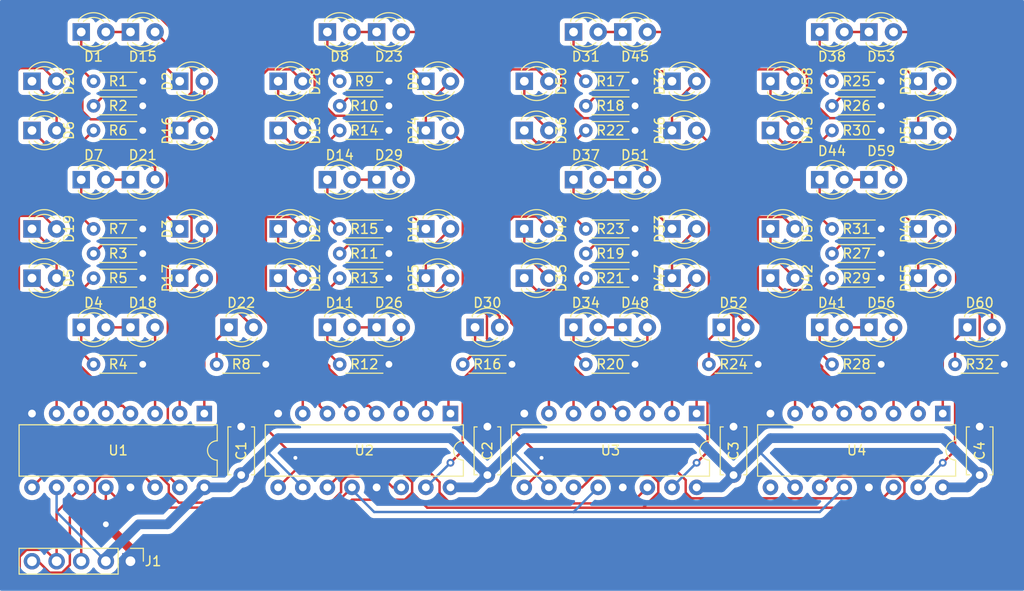
<source format=kicad_pcb>
(kicad_pcb (version 20171130) (host pcbnew 5.1.6+dfsg1-1)
  (layers (0 F.Cu signal) (31 B.Cu signal) (34 B.Paste user) (35 F.Paste user) (36 B.SilkS user) (37 F.SilkS user) (38 B.Mask user) (39 F.Mask user) (44 Edge.Cuts user))
  (net 0 "")
  (net 1 GND)
  (net 2 +5V)
  (net 3 "Net-(D1-Pad2)")
  (net 4 "Net-(D1-Pad1)")
  (net 5 "Net-(D16-Pad1)")
  (net 6 "Net-(D2-Pad1)")
  (net 7 "Net-(D17-Pad1)")
  (net 8 "Net-(D3-Pad1)")
  (net 9 "Net-(D18-Pad1)")
  (net 10 "Net-(D4-Pad1)")
  (net 11 "Net-(D19-Pad1)")
  (net 12 "Net-(D5-Pad1)")
  (net 13 "Net-(D20-Pad1)")
  (net 14 "Net-(D6-Pad1)")
  (net 15 "Net-(D21-Pad1)")
  (net 16 "Net-(D7-Pad1)")
  (net 17 "Net-(D23-Pad1)")
  (net 18 "Net-(D8-Pad1)")
  (net 19 "Net-(D24-Pad1)")
  (net 20 "Net-(D9-Pad1)")
  (net 21 "Net-(D10-Pad2)")
  (net 22 "Net-(D10-Pad1)")
  (net 23 "Net-(D11-Pad2)")
  (net 24 "Net-(D11-Pad1)")
  (net 25 "Net-(D12-Pad2)")
  (net 26 "Net-(D12-Pad1)")
  (net 27 "Net-(D13-Pad2)")
  (net 28 "Net-(D13-Pad1)")
  (net 29 "Net-(D14-Pad2)")
  (net 30 "Net-(D14-Pad1)")
  (net 31 "Net-(D15-Pad2)")
  (net 32 "Net-(D16-Pad2)")
  (net 33 "Net-(D17-Pad2)")
  (net 34 "Net-(D18-Pad2)")
  (net 35 "Net-(D19-Pad2)")
  (net 36 "Net-(D20-Pad2)")
  (net 37 "Net-(D21-Pad2)")
  (net 38 "Net-(D22-Pad2)")
  (net 39 "Net-(D22-Pad1)")
  (net 40 "Net-(D23-Pad2)")
  (net 41 "Net-(D24-Pad2)")
  (net 42 "Net-(D25-Pad2)")
  (net 43 "Net-(D26-Pad2)")
  (net 44 "Net-(D27-Pad2)")
  (net 45 "Net-(D28-Pad2)")
  (net 46 "Net-(D29-Pad2)")
  (net 47 "Net-(D30-Pad2)")
  (net 48 "Net-(D30-Pad1)")
  (net 49 "Net-(D31-Pad2)")
  (net 50 "Net-(D31-Pad1)")
  (net 51 "Net-(D32-Pad2)")
  (net 52 "Net-(D32-Pad1)")
  (net 53 "Net-(D33-Pad2)")
  (net 54 "Net-(D33-Pad1)")
  (net 55 "Net-(D34-Pad2)")
  (net 56 "Net-(D34-Pad1)")
  (net 57 "Net-(D35-Pad2)")
  (net 58 "Net-(D35-Pad1)")
  (net 59 "Net-(D36-Pad2)")
  (net 60 "Net-(D36-Pad1)")
  (net 61 "Net-(D37-Pad2)")
  (net 62 "Net-(D37-Pad1)")
  (net 63 "Net-(D38-Pad2)")
  (net 64 "Net-(D38-Pad1)")
  (net 65 "Net-(D39-Pad2)")
  (net 66 "Net-(D39-Pad1)")
  (net 67 "Net-(D40-Pad2)")
  (net 68 "Net-(D40-Pad1)")
  (net 69 "Net-(D41-Pad2)")
  (net 70 "Net-(D41-Pad1)")
  (net 71 "Net-(D42-Pad2)")
  (net 72 "Net-(D42-Pad1)")
  (net 73 "Net-(D43-Pad2)")
  (net 74 "Net-(D43-Pad1)")
  (net 75 "Net-(D44-Pad2)")
  (net 76 "Net-(D44-Pad1)")
  (net 77 "Net-(D45-Pad2)")
  (net 78 "Net-(D46-Pad2)")
  (net 79 "Net-(D47-Pad2)")
  (net 80 "Net-(D48-Pad2)")
  (net 81 "Net-(D49-Pad2)")
  (net 82 "Net-(D50-Pad2)")
  (net 83 "Net-(D51-Pad2)")
  (net 84 "Net-(D52-Pad2)")
  (net 85 "Net-(D52-Pad1)")
  (net 86 "Net-(D53-Pad2)")
  (net 87 "Net-(D54-Pad2)")
  (net 88 "Net-(D55-Pad2)")
  (net 89 "Net-(D56-Pad2)")
  (net 90 "Net-(D57-Pad2)")
  (net 91 "Net-(D58-Pad2)")
  (net 92 "Net-(D59-Pad2)")
  (net 93 "Net-(D60-Pad2)")
  (net 94 "Net-(D60-Pad1)")
  (net 95 MOSI)
  (net 96 CLK)
  (net 97 SS)
  (net 98 D2)
  (net 99 D3)
  (net 100 D4)
  (net 101 "Net-(U4-Pad9)")
  (module Package_DIP:DIP-16_W7.62mm (layer F.Cu) (at 97.79 101.6 270)
    (fp_text reference U1 (at 3.81 8.89 180) (layer F.SilkS))
    (fp_text value 74HC595)
    (pad 16 thru_hole oval (at 7.62 0 270) (size 1.6 1.6) (drill 0.8) (layers *.Cu *.Mask) (net 2 +5V))
    (pad 8 thru_hole oval (at 0 17.78 270) (size 1.6 1.6) (drill 0.8) (layers *.Cu *.Mask) (net 1 GND))
    (pad 15 thru_hole oval (at 7.62 2.54 270) (size 1.6 1.6) (drill 0.8) (layers *.Cu *.Mask) (net 31 "Net-(D15-Pad2)"))
    (pad 7 thru_hole oval (at 0 15.24 270) (size 1.6 1.6) (drill 0.8) (layers *.Cu *.Mask) (net 38 "Net-(D22-Pad2)"))
    (pad 14 thru_hole oval (at 7.62 5.08 270) (size 1.6 1.6) (drill 0.8) (layers *.Cu *.Mask) (net 95 MOSI))
    (pad 6 thru_hole oval (at 0 12.7 270) (size 1.6 1.6) (drill 0.8) (layers *.Cu *.Mask) (net 37 "Net-(D21-Pad2)"))
    (pad 13 thru_hole oval (at 7.62 7.62 270) (size 1.6 1.6) (drill 0.8) (layers *.Cu *.Mask) (net 1 GND))
    (pad 5 thru_hole oval (at 0 10.16 270) (size 1.6 1.6) (drill 0.8) (layers *.Cu *.Mask) (net 36 "Net-(D20-Pad2)"))
    (pad 12 thru_hole oval (at 7.62 10.16 270) (size 1.6 1.6) (drill 0.8) (layers *.Cu *.Mask) (net 97 SS))
    (pad 4 thru_hole oval (at 0 7.62 270) (size 1.6 1.6) (drill 0.8) (layers *.Cu *.Mask) (net 35 "Net-(D19-Pad2)"))
    (pad 11 thru_hole oval (at 7.62 12.7 270) (size 1.6 1.6) (drill 0.8) (layers *.Cu *.Mask) (net 96 CLK))
    (pad 3 thru_hole oval (at 0 5.08 270) (size 1.6 1.6) (drill 0.8) (layers *.Cu *.Mask) (net 34 "Net-(D18-Pad2)"))
    (pad 10 thru_hole oval (at 7.62 15.24 270) (size 1.6 1.6) (drill 0.8) (layers *.Cu *.Mask) (net 2 +5V))
    (pad 2 thru_hole oval (at 0 2.54 270) (size 1.6 1.6) (drill 0.8) (layers *.Cu *.Mask) (net 33 "Net-(D17-Pad2)"))
    (pad 9 thru_hole oval (at 7.62 17.78 270) (size 1.6 1.6) (drill 0.8) (layers *.Cu *.Mask) (net 98 D2))
    (pad 1 thru_hole rect (at 0 0 270) (size 1.6 1.6) (drill 0.8) (layers *.Cu *.Mask) (net 32 "Net-(D16-Pad2)"))
  )
  (module Package_DIP:DIP-16_W7.62mm (layer F.Cu) (at 173.99 101.6 270)
    (fp_text reference U4 (at 3.81 8.89 180) (layer F.SilkS))
    (fp_text value 74HC595)
    (pad 16 thru_hole oval (at 7.62 0 270) (size 1.6 1.6) (drill 0.8) (layers *.Cu *.Mask) (net 2 +5V))
    (pad 8 thru_hole oval (at 0 17.78 270) (size 1.6 1.6) (drill 0.8) (layers *.Cu *.Mask) (net 1 GND))
    (pad 15 thru_hole oval (at 7.62 2.54 270) (size 1.6 1.6) (drill 0.8) (layers *.Cu *.Mask) (net 86 "Net-(D53-Pad2)"))
    (pad 7 thru_hole oval (at 0 15.24 270) (size 1.6 1.6) (drill 0.8) (layers *.Cu *.Mask) (net 93 "Net-(D60-Pad2)"))
    (pad 14 thru_hole oval (at 7.62 5.08 270) (size 1.6 1.6) (drill 0.8) (layers *.Cu *.Mask) (net 100 D4))
    (pad 6 thru_hole oval (at 0 12.7 270) (size 1.6 1.6) (drill 0.8) (layers *.Cu *.Mask) (net 92 "Net-(D59-Pad2)"))
    (pad 13 thru_hole oval (at 7.62 7.62 270) (size 1.6 1.6) (drill 0.8) (layers *.Cu *.Mask) (net 1 GND))
    (pad 5 thru_hole oval (at 0 10.16 270) (size 1.6 1.6) (drill 0.8) (layers *.Cu *.Mask) (net 91 "Net-(D58-Pad2)"))
    (pad 12 thru_hole oval (at 7.62 10.16 270) (size 1.6 1.6) (drill 0.8) (layers *.Cu *.Mask) (net 97 SS))
    (pad 4 thru_hole oval (at 0 7.62 270) (size 1.6 1.6) (drill 0.8) (layers *.Cu *.Mask) (net 90 "Net-(D57-Pad2)"))
    (pad 11 thru_hole oval (at 7.62 12.7 270) (size 1.6 1.6) (drill 0.8) (layers *.Cu *.Mask) (net 96 CLK))
    (pad 3 thru_hole oval (at 0 5.08 270) (size 1.6 1.6) (drill 0.8) (layers *.Cu *.Mask) (net 89 "Net-(D56-Pad2)"))
    (pad 10 thru_hole oval (at 7.62 15.24 270) (size 1.6 1.6) (drill 0.8) (layers *.Cu *.Mask) (net 2 +5V))
    (pad 2 thru_hole oval (at 0 2.54 270) (size 1.6 1.6) (drill 0.8) (layers *.Cu *.Mask) (net 88 "Net-(D55-Pad2)"))
    (pad 9 thru_hole oval (at 7.62 17.78 270) (size 1.6 1.6) (drill 0.8) (layers *.Cu *.Mask) (net 101 "Net-(U4-Pad9)"))
    (pad 1 thru_hole rect (at 0 0 270) (size 1.6 1.6) (drill 0.8) (layers *.Cu *.Mask) (net 87 "Net-(D54-Pad2)"))
  )
  (module Package_DIP:DIP-16_W7.62mm (layer F.Cu) (at 148.59 101.6 270)
    (fp_text reference U3 (at 3.81 8.89 180) (layer F.SilkS))
    (fp_text value 74HC595)
    (pad 16 thru_hole oval (at 7.62 0 270) (size 1.6 1.6) (drill 0.8) (layers *.Cu *.Mask) (net 2 +5V))
    (pad 8 thru_hole oval (at 0 17.78 270) (size 1.6 1.6) (drill 0.8) (layers *.Cu *.Mask) (net 1 GND))
    (pad 15 thru_hole oval (at 7.62 2.54 270) (size 1.6 1.6) (drill 0.8) (layers *.Cu *.Mask) (net 77 "Net-(D45-Pad2)"))
    (pad 7 thru_hole oval (at 0 15.24 270) (size 1.6 1.6) (drill 0.8) (layers *.Cu *.Mask) (net 84 "Net-(D52-Pad2)"))
    (pad 14 thru_hole oval (at 7.62 5.08 270) (size 1.6 1.6) (drill 0.8) (layers *.Cu *.Mask) (net 99 D3))
    (pad 6 thru_hole oval (at 0 12.7 270) (size 1.6 1.6) (drill 0.8) (layers *.Cu *.Mask) (net 83 "Net-(D51-Pad2)"))
    (pad 13 thru_hole oval (at 7.62 7.62 270) (size 1.6 1.6) (drill 0.8) (layers *.Cu *.Mask) (net 1 GND))
    (pad 5 thru_hole oval (at 0 10.16 270) (size 1.6 1.6) (drill 0.8) (layers *.Cu *.Mask) (net 82 "Net-(D50-Pad2)"))
    (pad 12 thru_hole oval (at 7.62 10.16 270) (size 1.6 1.6) (drill 0.8) (layers *.Cu *.Mask) (net 97 SS))
    (pad 4 thru_hole oval (at 0 7.62 270) (size 1.6 1.6) (drill 0.8) (layers *.Cu *.Mask) (net 81 "Net-(D49-Pad2)"))
    (pad 11 thru_hole oval (at 7.62 12.7 270) (size 1.6 1.6) (drill 0.8) (layers *.Cu *.Mask) (net 96 CLK))
    (pad 3 thru_hole oval (at 0 5.08 270) (size 1.6 1.6) (drill 0.8) (layers *.Cu *.Mask) (net 80 "Net-(D48-Pad2)"))
    (pad 10 thru_hole oval (at 7.62 15.24 270) (size 1.6 1.6) (drill 0.8) (layers *.Cu *.Mask) (net 2 +5V))
    (pad 2 thru_hole oval (at 0 2.54 270) (size 1.6 1.6) (drill 0.8) (layers *.Cu *.Mask) (net 79 "Net-(D47-Pad2)"))
    (pad 9 thru_hole oval (at 7.62 17.78 270) (size 1.6 1.6) (drill 0.8) (layers *.Cu *.Mask) (net 100 D4))
    (pad 1 thru_hole rect (at 0 0 270) (size 1.6 1.6) (drill 0.8) (layers *.Cu *.Mask) (net 78 "Net-(D46-Pad2)"))
  )
  (module Connector_PinHeader_2.54mm:PinHeader_1x05_P2.54mm_Vertical (layer F.Cu) (at 90.17 116.84 270)
    (fp_text reference J1 (at 0 -2.33 180) (layer F.SilkS))
    (fp_text value Conn_01x05_Male)
    (pad 5 thru_hole oval (at 0 10.16 270) (size 1.7 1.7) (drill 1) (layers *.Cu *.Mask) (net 95 MOSI))
    (pad 4 thru_hole oval (at 0 7.62 270) (size 1.7 1.7) (drill 1) (layers *.Cu *.Mask) (net 96 CLK))
    (pad 3 thru_hole oval (at 0 5.08 270) (size 1.7 1.7) (drill 1) (layers *.Cu *.Mask) (net 97 SS))
    (pad 2 thru_hole oval (at 0 2.54 270) (size 1.7 1.7) (drill 1) (layers *.Cu *.Mask) (net 2 +5V))
    (pad 1 thru_hole rect (at 0 0 270) (size 1.7 1.7) (drill 1) (layers *.Cu *.Mask) (net 1 GND))
  )
  (module Package_DIP:DIP-16_W7.62mm (layer F.Cu) (at 123.19 101.6 270)
    (fp_text reference U2 (at 3.81 8.89 180) (layer F.SilkS))
    (fp_text value 74HC595)
    (pad 16 thru_hole oval (at 7.62 0 270) (size 1.6 1.6) (drill 0.8) (layers *.Cu *.Mask) (net 2 +5V))
    (pad 8 thru_hole oval (at 0 17.78 270) (size 1.6 1.6) (drill 0.8) (layers *.Cu *.Mask) (net 1 GND))
    (pad 15 thru_hole oval (at 7.62 2.54 270) (size 1.6 1.6) (drill 0.8) (layers *.Cu *.Mask) (net 40 "Net-(D23-Pad2)"))
    (pad 7 thru_hole oval (at 0 15.24 270) (size 1.6 1.6) (drill 0.8) (layers *.Cu *.Mask) (net 47 "Net-(D30-Pad2)"))
    (pad 14 thru_hole oval (at 7.62 5.08 270) (size 1.6 1.6) (drill 0.8) (layers *.Cu *.Mask) (net 98 D2))
    (pad 6 thru_hole oval (at 0 12.7 270) (size 1.6 1.6) (drill 0.8) (layers *.Cu *.Mask) (net 46 "Net-(D29-Pad2)"))
    (pad 13 thru_hole oval (at 7.62 7.62 270) (size 1.6 1.6) (drill 0.8) (layers *.Cu *.Mask) (net 1 GND))
    (pad 5 thru_hole oval (at 0 10.16 270) (size 1.6 1.6) (drill 0.8) (layers *.Cu *.Mask) (net 45 "Net-(D28-Pad2)"))
    (pad 12 thru_hole oval (at 7.62 10.16 270) (size 1.6 1.6) (drill 0.8) (layers *.Cu *.Mask) (net 97 SS))
    (pad 4 thru_hole oval (at 0 7.62 270) (size 1.6 1.6) (drill 0.8) (layers *.Cu *.Mask) (net 44 "Net-(D27-Pad2)"))
    (pad 11 thru_hole oval (at 7.62 12.7 270) (size 1.6 1.6) (drill 0.8) (layers *.Cu *.Mask) (net 96 CLK))
    (pad 3 thru_hole oval (at 0 5.08 270) (size 1.6 1.6) (drill 0.8) (layers *.Cu *.Mask) (net 43 "Net-(D26-Pad2)"))
    (pad 10 thru_hole oval (at 7.62 15.24 270) (size 1.6 1.6) (drill 0.8) (layers *.Cu *.Mask) (net 2 +5V))
    (pad 2 thru_hole oval (at 0 2.54 270) (size 1.6 1.6) (drill 0.8) (layers *.Cu *.Mask) (net 42 "Net-(D25-Pad2)"))
    (pad 9 thru_hole oval (at 7.62 17.78 270) (size 1.6 1.6) (drill 0.8) (layers *.Cu *.Mask) (net 99 D3))
    (pad 1 thru_hole rect (at 0 0 270) (size 1.6 1.6) (drill 0.8) (layers *.Cu *.Mask) (net 41 "Net-(D24-Pad2)"))
  )
  (module Capacitor_THT:C_Disc_D4.7mm_W2.5mm_P5.00mm (layer F.Cu) (at 177.8 107.95 90)
    (fp_text reference C4 (at 2.5 0 90) (layer F.SilkS))
    (fp_text value 100n)
    (pad 2 thru_hole circle (at 5 0 90) (size 1.6 1.6) (drill 0.8) (layers *.Cu *.Mask) (net 1 GND))
    (pad 1 thru_hole circle (at 0 0 90) (size 1.6 1.6) (drill 0.8) (layers *.Cu *.Mask) (net 2 +5V))
  )
  (module Capacitor_THT:C_Disc_D4.7mm_W2.5mm_P5.00mm (layer F.Cu) (at 152.4 107.95 90)
    (fp_text reference C3 (at 2.5 0 270) (layer F.SilkS))
    (fp_text value 100n)
    (pad 2 thru_hole circle (at 5 0 90) (size 1.6 1.6) (drill 0.8) (layers *.Cu *.Mask) (net 1 GND))
    (pad 1 thru_hole circle (at 0 0 90) (size 1.6 1.6) (drill 0.8) (layers *.Cu *.Mask) (net 2 +5V))
  )
  (module Capacitor_THT:C_Disc_D4.7mm_W2.5mm_P5.00mm (layer F.Cu) (at 101.6 107.95 90)
    (fp_text reference C1 (at 2.5 0 90) (layer F.SilkS))
    (fp_text value 100n)
    (pad 2 thru_hole circle (at 5 0 90) (size 1.6 1.6) (drill 0.8) (layers *.Cu *.Mask) (net 1 GND))
    (pad 1 thru_hole circle (at 0 0 90) (size 1.6 1.6) (drill 0.8) (layers *.Cu *.Mask) (net 2 +5V))
  )
  (module Capacitor_THT:C_Disc_D4.7mm_W2.5mm_P5.00mm (layer F.Cu) (at 127 107.95 90)
    (fp_text reference C2 (at 2.5 0 90) (layer F.SilkS))
    (fp_text value 100n)
    (pad 2 thru_hole circle (at 5 0 90) (size 1.6 1.6) (drill 0.8) (layers *.Cu *.Mask) (net 1 GND))
    (pad 1 thru_hole circle (at 0 0 90) (size 1.6 1.6) (drill 0.8) (layers *.Cu *.Mask) (net 2 +5V))
  )
  (module Resistor_THT:R_Axial_DIN0204_L3.6mm_D1.6mm_P5.08mm_Horizontal (layer F.Cu) (at 175.26 96.52)
    (fp_text reference R32 (at 2.54 0) (layer F.SilkS))
    (fp_text value 2k7)
    (pad 2 thru_hole oval (at 5.08 0) (size 1.4 1.4) (drill 0.7) (layers *.Cu *.Mask) (net 1 GND))
    (pad 1 thru_hole circle (at 0 0) (size 1.4 1.4) (drill 0.7) (layers *.Cu *.Mask) (net 94 "Net-(D60-Pad1)"))
  )
  (module Resistor_THT:R_Axial_DIN0204_L3.6mm_D1.6mm_P5.08mm_Horizontal (layer F.Cu) (at 162.56 82.55)
    (fp_text reference R31 (at 2.54 0) (layer F.SilkS))
    (fp_text value 1k)
    (pad 2 thru_hole oval (at 5.08 0) (size 1.4 1.4) (drill 0.7) (layers *.Cu *.Mask) (net 1 GND))
    (pad 1 thru_hole circle (at 0 0) (size 1.4 1.4) (drill 0.7) (layers *.Cu *.Mask) (net 76 "Net-(D44-Pad1)"))
  )
  (module Resistor_THT:R_Axial_DIN0204_L3.6mm_D1.6mm_P5.08mm_Horizontal (layer F.Cu) (at 162.56 72.39)
    (fp_text reference R30 (at 2.54 0) (layer F.SilkS))
    (fp_text value 1k)
    (pad 2 thru_hole oval (at 5.08 0) (size 1.4 1.4) (drill 0.7) (layers *.Cu *.Mask) (net 1 GND))
    (pad 1 thru_hole circle (at 0 0) (size 1.4 1.4) (drill 0.7) (layers *.Cu *.Mask) (net 74 "Net-(D43-Pad1)"))
  )
  (module Resistor_THT:R_Axial_DIN0204_L3.6mm_D1.6mm_P5.08mm_Horizontal (layer F.Cu) (at 162.56 87.63)
    (fp_text reference R29 (at 2.54 0) (layer F.SilkS))
    (fp_text value 1k)
    (pad 2 thru_hole oval (at 5.08 0) (size 1.4 1.4) (drill 0.7) (layers *.Cu *.Mask) (net 1 GND))
    (pad 1 thru_hole circle (at 0 0) (size 1.4 1.4) (drill 0.7) (layers *.Cu *.Mask) (net 72 "Net-(D42-Pad1)"))
  )
  (module Resistor_THT:R_Axial_DIN0204_L3.6mm_D1.6mm_P5.08mm_Horizontal (layer F.Cu) (at 162.56 96.52)
    (fp_text reference R28 (at 2.54 0) (layer F.SilkS))
    (fp_text value 1k)
    (pad 2 thru_hole oval (at 5.08 0) (size 1.4 1.4) (drill 0.7) (layers *.Cu *.Mask) (net 1 GND))
    (pad 1 thru_hole circle (at 0 0) (size 1.4 1.4) (drill 0.7) (layers *.Cu *.Mask) (net 70 "Net-(D41-Pad1)"))
  )
  (module Resistor_THT:R_Axial_DIN0204_L3.6mm_D1.6mm_P5.08mm_Horizontal (layer F.Cu) (at 162.56 85.09)
    (fp_text reference R27 (at 2.54 0) (layer F.SilkS))
    (fp_text value 1k)
    (pad 2 thru_hole oval (at 5.08 0) (size 1.4 1.4) (drill 0.7) (layers *.Cu *.Mask) (net 1 GND))
    (pad 1 thru_hole circle (at 0 0) (size 1.4 1.4) (drill 0.7) (layers *.Cu *.Mask) (net 68 "Net-(D40-Pad1)"))
  )
  (module Resistor_THT:R_Axial_DIN0204_L3.6mm_D1.6mm_P5.08mm_Horizontal (layer F.Cu) (at 162.56 69.85)
    (fp_text reference R26 (at 2.54 0) (layer F.SilkS))
    (fp_text value 1k)
    (pad 2 thru_hole oval (at 5.08 0) (size 1.4 1.4) (drill 0.7) (layers *.Cu *.Mask) (net 1 GND))
    (pad 1 thru_hole circle (at 0 0) (size 1.4 1.4) (drill 0.7) (layers *.Cu *.Mask) (net 66 "Net-(D39-Pad1)"))
  )
  (module Resistor_THT:R_Axial_DIN0204_L3.6mm_D1.6mm_P5.08mm_Horizontal (layer F.Cu) (at 162.56 67.31)
    (fp_text reference R25 (at 2.54 0) (layer F.SilkS))
    (fp_text value 1k)
    (pad 2 thru_hole oval (at 5.08 0) (size 1.4 1.4) (drill 0.7) (layers *.Cu *.Mask) (net 1 GND))
    (pad 1 thru_hole circle (at 0 0) (size 1.4 1.4) (drill 0.7) (layers *.Cu *.Mask) (net 64 "Net-(D38-Pad1)"))
  )
  (module Resistor_THT:R_Axial_DIN0204_L3.6mm_D1.6mm_P5.08mm_Horizontal (layer F.Cu) (at 149.86 96.52)
    (fp_text reference R24 (at 2.54 0) (layer F.SilkS))
    (fp_text value 2k7)
    (pad 2 thru_hole oval (at 5.08 0) (size 1.4 1.4) (drill 0.7) (layers *.Cu *.Mask) (net 1 GND))
    (pad 1 thru_hole circle (at 0 0) (size 1.4 1.4) (drill 0.7) (layers *.Cu *.Mask) (net 85 "Net-(D52-Pad1)"))
  )
  (module Resistor_THT:R_Axial_DIN0204_L3.6mm_D1.6mm_P5.08mm_Horizontal (layer F.Cu) (at 137.16 82.55)
    (fp_text reference R23 (at 2.54 0) (layer F.SilkS))
    (fp_text value 1k)
    (pad 2 thru_hole oval (at 5.08 0) (size 1.4 1.4) (drill 0.7) (layers *.Cu *.Mask) (net 1 GND))
    (pad 1 thru_hole circle (at 0 0) (size 1.4 1.4) (drill 0.7) (layers *.Cu *.Mask) (net 62 "Net-(D37-Pad1)"))
  )
  (module Resistor_THT:R_Axial_DIN0204_L3.6mm_D1.6mm_P5.08mm_Horizontal (layer F.Cu) (at 137.16 72.39)
    (fp_text reference R22 (at 2.54 0) (layer F.SilkS))
    (fp_text value 1k)
    (pad 2 thru_hole oval (at 5.08 0) (size 1.4 1.4) (drill 0.7) (layers *.Cu *.Mask) (net 1 GND))
    (pad 1 thru_hole circle (at 0 0) (size 1.4 1.4) (drill 0.7) (layers *.Cu *.Mask) (net 60 "Net-(D36-Pad1)"))
  )
  (module Resistor_THT:R_Axial_DIN0204_L3.6mm_D1.6mm_P5.08mm_Horizontal (layer F.Cu) (at 137.16 87.63)
    (fp_text reference R21 (at 2.54 0) (layer F.SilkS))
    (fp_text value 1k)
    (pad 2 thru_hole oval (at 5.08 0) (size 1.4 1.4) (drill 0.7) (layers *.Cu *.Mask) (net 1 GND))
    (pad 1 thru_hole circle (at 0 0) (size 1.4 1.4) (drill 0.7) (layers *.Cu *.Mask) (net 58 "Net-(D35-Pad1)"))
  )
  (module Resistor_THT:R_Axial_DIN0204_L3.6mm_D1.6mm_P5.08mm_Horizontal (layer F.Cu) (at 137.16 96.52)
    (fp_text reference R20 (at 2.54 0) (layer F.SilkS))
    (fp_text value 1k)
    (pad 2 thru_hole oval (at 5.08 0) (size 1.4 1.4) (drill 0.7) (layers *.Cu *.Mask) (net 1 GND))
    (pad 1 thru_hole circle (at 0 0) (size 1.4 1.4) (drill 0.7) (layers *.Cu *.Mask) (net 56 "Net-(D34-Pad1)"))
  )
  (module Resistor_THT:R_Axial_DIN0204_L3.6mm_D1.6mm_P5.08mm_Horizontal (layer F.Cu) (at 137.16 85.09)
    (fp_text reference R19 (at 2.54 0) (layer F.SilkS))
    (fp_text value 1k)
    (pad 2 thru_hole oval (at 5.08 0) (size 1.4 1.4) (drill 0.7) (layers *.Cu *.Mask) (net 1 GND))
    (pad 1 thru_hole circle (at 0 0) (size 1.4 1.4) (drill 0.7) (layers *.Cu *.Mask) (net 54 "Net-(D33-Pad1)"))
  )
  (module Resistor_THT:R_Axial_DIN0204_L3.6mm_D1.6mm_P5.08mm_Horizontal (layer F.Cu) (at 137.16 69.85)
    (fp_text reference R18 (at 2.54 0) (layer F.SilkS))
    (fp_text value 1k)
    (pad 2 thru_hole oval (at 5.08 0) (size 1.4 1.4) (drill 0.7) (layers *.Cu *.Mask) (net 1 GND))
    (pad 1 thru_hole circle (at 0 0) (size 1.4 1.4) (drill 0.7) (layers *.Cu *.Mask) (net 52 "Net-(D32-Pad1)"))
  )
  (module Resistor_THT:R_Axial_DIN0204_L3.6mm_D1.6mm_P5.08mm_Horizontal (layer F.Cu) (at 137.16 67.31)
    (fp_text reference R17 (at 2.54 0) (layer F.SilkS))
    (fp_text value 1k)
    (pad 2 thru_hole oval (at 5.08 0) (size 1.4 1.4) (drill 0.7) (layers *.Cu *.Mask) (net 1 GND))
    (pad 1 thru_hole circle (at 0 0) (size 1.4 1.4) (drill 0.7) (layers *.Cu *.Mask) (net 50 "Net-(D31-Pad1)"))
  )
  (module Resistor_THT:R_Axial_DIN0204_L3.6mm_D1.6mm_P5.08mm_Horizontal (layer F.Cu) (at 124.46 96.52)
    (fp_text reference R16 (at 2.54 0) (layer F.SilkS))
    (fp_text value 2k7)
    (pad 2 thru_hole oval (at 5.08 0) (size 1.4 1.4) (drill 0.7) (layers *.Cu *.Mask) (net 1 GND))
    (pad 1 thru_hole circle (at 0 0) (size 1.4 1.4) (drill 0.7) (layers *.Cu *.Mask) (net 48 "Net-(D30-Pad1)"))
  )
  (module Resistor_THT:R_Axial_DIN0204_L3.6mm_D1.6mm_P5.08mm_Horizontal (layer F.Cu) (at 111.76 82.55)
    (fp_text reference R15 (at 2.54 0) (layer F.SilkS))
    (fp_text value 1k)
    (pad 2 thru_hole oval (at 5.08 0) (size 1.4 1.4) (drill 0.7) (layers *.Cu *.Mask) (net 1 GND))
    (pad 1 thru_hole circle (at 0 0) (size 1.4 1.4) (drill 0.7) (layers *.Cu *.Mask) (net 30 "Net-(D14-Pad1)"))
  )
  (module Resistor_THT:R_Axial_DIN0204_L3.6mm_D1.6mm_P5.08mm_Horizontal (layer F.Cu) (at 111.76 72.39)
    (fp_text reference R14 (at 2.54 0) (layer F.SilkS))
    (fp_text value 1k)
    (pad 2 thru_hole oval (at 5.08 0) (size 1.4 1.4) (drill 0.7) (layers *.Cu *.Mask) (net 1 GND))
    (pad 1 thru_hole circle (at 0 0) (size 1.4 1.4) (drill 0.7) (layers *.Cu *.Mask) (net 28 "Net-(D13-Pad1)"))
  )
  (module Resistor_THT:R_Axial_DIN0204_L3.6mm_D1.6mm_P5.08mm_Horizontal (layer F.Cu) (at 111.76 87.63)
    (fp_text reference R13 (at 2.54 0) (layer F.SilkS))
    (fp_text value 1k)
    (pad 2 thru_hole oval (at 5.08 0) (size 1.4 1.4) (drill 0.7) (layers *.Cu *.Mask) (net 1 GND))
    (pad 1 thru_hole circle (at 0 0) (size 1.4 1.4) (drill 0.7) (layers *.Cu *.Mask) (net 26 "Net-(D12-Pad1)"))
  )
  (module Resistor_THT:R_Axial_DIN0204_L3.6mm_D1.6mm_P5.08mm_Horizontal (layer F.Cu) (at 111.76 96.52)
    (fp_text reference R12 (at 2.54 0) (layer F.SilkS))
    (fp_text value 1k)
    (pad 2 thru_hole oval (at 5.08 0) (size 1.4 1.4) (drill 0.7) (layers *.Cu *.Mask) (net 1 GND))
    (pad 1 thru_hole circle (at 0 0) (size 1.4 1.4) (drill 0.7) (layers *.Cu *.Mask) (net 24 "Net-(D11-Pad1)"))
  )
  (module Resistor_THT:R_Axial_DIN0204_L3.6mm_D1.6mm_P5.08mm_Horizontal (layer F.Cu) (at 111.76 85.09)
    (fp_text reference R11 (at 2.54 0) (layer F.SilkS))
    (fp_text value 1k)
    (pad 2 thru_hole oval (at 5.08 0) (size 1.4 1.4) (drill 0.7) (layers *.Cu *.Mask) (net 1 GND))
    (pad 1 thru_hole circle (at 0 0) (size 1.4 1.4) (drill 0.7) (layers *.Cu *.Mask) (net 22 "Net-(D10-Pad1)"))
  )
  (module Resistor_THT:R_Axial_DIN0204_L3.6mm_D1.6mm_P5.08mm_Horizontal (layer F.Cu) (at 111.76 69.85)
    (fp_text reference R10 (at 2.54 0) (layer F.SilkS))
    (fp_text value 1k)
    (pad 2 thru_hole oval (at 5.08 0) (size 1.4 1.4) (drill 0.7) (layers *.Cu *.Mask) (net 1 GND))
    (pad 1 thru_hole circle (at 0 0) (size 1.4 1.4) (drill 0.7) (layers *.Cu *.Mask) (net 20 "Net-(D9-Pad1)"))
  )
  (module Resistor_THT:R_Axial_DIN0204_L3.6mm_D1.6mm_P5.08mm_Horizontal (layer F.Cu) (at 111.76 67.31)
    (fp_text reference R9 (at 2.54 0) (layer F.SilkS))
    (fp_text value 1k)
    (pad 2 thru_hole oval (at 5.08 0) (size 1.4 1.4) (drill 0.7) (layers *.Cu *.Mask) (net 1 GND))
    (pad 1 thru_hole circle (at 0 0) (size 1.4 1.4) (drill 0.7) (layers *.Cu *.Mask) (net 18 "Net-(D8-Pad1)"))
  )
  (module Resistor_THT:R_Axial_DIN0204_L3.6mm_D1.6mm_P5.08mm_Horizontal (layer F.Cu) (at 99.06 96.52)
    (fp_text reference R8 (at 2.54 0) (layer F.SilkS))
    (fp_text value 2k7)
    (pad 2 thru_hole oval (at 5.08 0) (size 1.4 1.4) (drill 0.7) (layers *.Cu *.Mask) (net 1 GND))
    (pad 1 thru_hole circle (at 0 0) (size 1.4 1.4) (drill 0.7) (layers *.Cu *.Mask) (net 39 "Net-(D22-Pad1)"))
  )
  (module Resistor_THT:R_Axial_DIN0204_L3.6mm_D1.6mm_P5.08mm_Horizontal (layer F.Cu) (at 86.36 82.55)
    (fp_text reference R7 (at 2.54 0) (layer F.SilkS))
    (fp_text value 1k)
    (pad 2 thru_hole oval (at 5.08 0) (size 1.4 1.4) (drill 0.7) (layers *.Cu *.Mask) (net 1 GND))
    (pad 1 thru_hole circle (at 0 0) (size 1.4 1.4) (drill 0.7) (layers *.Cu *.Mask) (net 16 "Net-(D7-Pad1)"))
  )
  (module Resistor_THT:R_Axial_DIN0204_L3.6mm_D1.6mm_P5.08mm_Horizontal (layer F.Cu) (at 86.36 72.39)
    (fp_text reference R6 (at 2.54 0) (layer F.SilkS))
    (fp_text value 1k)
    (pad 2 thru_hole oval (at 5.08 0) (size 1.4 1.4) (drill 0.7) (layers *.Cu *.Mask) (net 1 GND))
    (pad 1 thru_hole circle (at 0 0) (size 1.4 1.4) (drill 0.7) (layers *.Cu *.Mask) (net 14 "Net-(D6-Pad1)"))
  )
  (module Resistor_THT:R_Axial_DIN0204_L3.6mm_D1.6mm_P5.08mm_Horizontal (layer F.Cu) (at 86.36 87.63)
    (fp_text reference R5 (at 2.54 0) (layer F.SilkS))
    (fp_text value 1k)
    (pad 2 thru_hole oval (at 5.08 0) (size 1.4 1.4) (drill 0.7) (layers *.Cu *.Mask) (net 1 GND))
    (pad 1 thru_hole circle (at 0 0) (size 1.4 1.4) (drill 0.7) (layers *.Cu *.Mask) (net 12 "Net-(D5-Pad1)"))
  )
  (module Resistor_THT:R_Axial_DIN0204_L3.6mm_D1.6mm_P5.08mm_Horizontal (layer F.Cu) (at 86.36 96.52)
    (fp_text reference R4 (at 2.54 0) (layer F.SilkS))
    (fp_text value 1k)
    (pad 2 thru_hole oval (at 5.08 0) (size 1.4 1.4) (drill 0.7) (layers *.Cu *.Mask) (net 1 GND))
    (pad 1 thru_hole circle (at 0 0) (size 1.4 1.4) (drill 0.7) (layers *.Cu *.Mask) (net 10 "Net-(D4-Pad1)"))
  )
  (module Resistor_THT:R_Axial_DIN0204_L3.6mm_D1.6mm_P5.08mm_Horizontal (layer F.Cu) (at 86.36 85.09)
    (fp_text reference R3 (at 2.54 0) (layer F.SilkS))
    (fp_text value 1k)
    (pad 2 thru_hole oval (at 5.08 0) (size 1.4 1.4) (drill 0.7) (layers *.Cu *.Mask) (net 1 GND))
    (pad 1 thru_hole circle (at 0 0) (size 1.4 1.4) (drill 0.7) (layers *.Cu *.Mask) (net 8 "Net-(D3-Pad1)"))
  )
  (module Resistor_THT:R_Axial_DIN0204_L3.6mm_D1.6mm_P5.08mm_Horizontal (layer F.Cu) (at 86.36 69.85)
    (fp_text reference R2 (at 2.54 0 180) (layer F.SilkS))
    (fp_text value 1k)
    (pad 2 thru_hole oval (at 5.08 0) (size 1.4 1.4) (drill 0.7) (layers *.Cu *.Mask) (net 1 GND))
    (pad 1 thru_hole circle (at 0 0) (size 1.4 1.4) (drill 0.7) (layers *.Cu *.Mask) (net 6 "Net-(D2-Pad1)"))
  )
  (module Resistor_THT:R_Axial_DIN0204_L3.6mm_D1.6mm_P5.08mm_Horizontal (layer F.Cu) (at 86.36 67.31)
    (fp_text reference R1 (at 2.54 0) (layer F.SilkS))
    (fp_text value 1k)
    (pad 2 thru_hole oval (at 5.08 0) (size 1.4 1.4) (drill 0.7) (layers *.Cu *.Mask) (net 1 GND))
    (pad 1 thru_hole circle (at 0 0) (size 1.4 1.4) (drill 0.7) (layers *.Cu *.Mask) (net 4 "Net-(D1-Pad1)"))
  )
  (module LED_THT:LED_D3.0mm (layer F.Cu) (at 176.53 92.71)
    (fp_text reference D60 (at 1.27 -2.54) (layer F.SilkS))
    (fp_text value LED)
    (pad 2 thru_hole circle (at 2.54 0) (size 1.8 1.8) (drill 0.9) (layers *.Cu *.Mask) (net 93 "Net-(D60-Pad2)"))
    (pad 1 thru_hole rect (at 0 0) (size 1.8 1.8) (drill 0.9) (layers *.Cu *.Mask) (net 94 "Net-(D60-Pad1)"))
  )
  (module LED_THT:LED_D3.0mm (layer F.Cu) (at 166.37 77.47)
    (fp_text reference D59 (at 1.27 -2.96) (layer F.SilkS))
    (fp_text value LED)
    (pad 2 thru_hole circle (at 2.54 0) (size 1.8 1.8) (drill 0.9) (layers *.Cu *.Mask) (net 92 "Net-(D59-Pad2)"))
    (pad 1 thru_hole rect (at 0 0) (size 1.8 1.8) (drill 0.9) (layers *.Cu *.Mask) (net 75 "Net-(D44-Pad2)"))
  )
  (module LED_THT:LED_D3.0mm (layer F.Cu) (at 156.21 67.31)
    (fp_text reference D58 (at 3.81 0 90) (layer F.SilkS))
    (fp_text value LED)
    (pad 2 thru_hole circle (at 2.54 0) (size 1.8 1.8) (drill 0.9) (layers *.Cu *.Mask) (net 91 "Net-(D58-Pad2)"))
    (pad 1 thru_hole rect (at 0 0) (size 1.8 1.8) (drill 0.9) (layers *.Cu *.Mask) (net 73 "Net-(D43-Pad2)"))
  )
  (module LED_THT:LED_D3.0mm (layer F.Cu) (at 156.21 82.55)
    (fp_text reference D57 (at 3.81 0 90) (layer F.SilkS))
    (fp_text value LED)
    (pad 2 thru_hole circle (at 2.54 0) (size 1.8 1.8) (drill 0.9) (layers *.Cu *.Mask) (net 90 "Net-(D57-Pad2)"))
    (pad 1 thru_hole rect (at 0 0) (size 1.8 1.8) (drill 0.9) (layers *.Cu *.Mask) (net 71 "Net-(D42-Pad2)"))
  )
  (module LED_THT:LED_D3.0mm (layer F.Cu) (at 166.37 92.71)
    (fp_text reference D56 (at 1.27 -2.54) (layer F.SilkS))
    (fp_text value LED)
    (pad 2 thru_hole circle (at 2.54 0) (size 1.8 1.8) (drill 0.9) (layers *.Cu *.Mask) (net 89 "Net-(D56-Pad2)"))
    (pad 1 thru_hole rect (at 0 0) (size 1.8 1.8) (drill 0.9) (layers *.Cu *.Mask) (net 69 "Net-(D41-Pad2)"))
  )
  (module LED_THT:LED_D3.0mm (layer F.Cu) (at 171.45 87.63)
    (fp_text reference D55 (at -1.27 0 -90) (layer F.SilkS))
    (fp_text value LED)
    (pad 2 thru_hole circle (at 2.54 0) (size 1.8 1.8) (drill 0.9) (layers *.Cu *.Mask) (net 88 "Net-(D55-Pad2)"))
    (pad 1 thru_hole rect (at 0 0) (size 1.8 1.8) (drill 0.9) (layers *.Cu *.Mask) (net 67 "Net-(D40-Pad2)"))
  )
  (module LED_THT:LED_D3.0mm (layer F.Cu) (at 171.45 72.39)
    (fp_text reference D54 (at -1.27 0 -90) (layer F.SilkS))
    (fp_text value LED)
    (pad 2 thru_hole circle (at 2.54 0) (size 1.8 1.8) (drill 0.9) (layers *.Cu *.Mask) (net 87 "Net-(D54-Pad2)"))
    (pad 1 thru_hole rect (at 0 0) (size 1.8 1.8) (drill 0.9) (layers *.Cu *.Mask) (net 65 "Net-(D39-Pad2)"))
  )
  (module LED_THT:LED_D3.0mm (layer F.Cu) (at 166.37 62.23)
    (fp_text reference D53 (at 1.27 2.54) (layer F.SilkS))
    (fp_text value LED)
    (pad 2 thru_hole circle (at 2.54 0) (size 1.8 1.8) (drill 0.9) (layers *.Cu *.Mask) (net 86 "Net-(D53-Pad2)"))
    (pad 1 thru_hole rect (at 0 0) (size 1.8 1.8) (drill 0.9) (layers *.Cu *.Mask) (net 63 "Net-(D38-Pad2)"))
  )
  (module LED_THT:LED_D3.0mm (layer F.Cu) (at 151.13 92.71)
    (fp_text reference D52 (at 1.27 -2.54) (layer F.SilkS))
    (fp_text value LED)
    (pad 2 thru_hole circle (at 2.54 0) (size 1.8 1.8) (drill 0.9) (layers *.Cu *.Mask) (net 84 "Net-(D52-Pad2)"))
    (pad 1 thru_hole rect (at 0 0) (size 1.8 1.8) (drill 0.9) (layers *.Cu *.Mask) (net 85 "Net-(D52-Pad1)"))
  )
  (module LED_THT:LED_D3.0mm (layer F.Cu) (at 140.97 77.47)
    (fp_text reference D51 (at 1.27 -2.54) (layer F.SilkS))
    (fp_text value LED)
    (pad 2 thru_hole circle (at 2.54 0) (size 1.8 1.8) (drill 0.9) (layers *.Cu *.Mask) (net 83 "Net-(D51-Pad2)"))
    (pad 1 thru_hole rect (at 0 0) (size 1.8 1.8) (drill 0.9) (layers *.Cu *.Mask) (net 61 "Net-(D37-Pad2)"))
  )
  (module LED_THT:LED_D3.0mm (layer F.Cu) (at 130.81 67.31)
    (fp_text reference D50 (at 3.81 0 90) (layer F.SilkS))
    (fp_text value LED)
    (pad 2 thru_hole circle (at 2.54 0) (size 1.8 1.8) (drill 0.9) (layers *.Cu *.Mask) (net 82 "Net-(D50-Pad2)"))
    (pad 1 thru_hole rect (at 0 0) (size 1.8 1.8) (drill 0.9) (layers *.Cu *.Mask) (net 59 "Net-(D36-Pad2)"))
  )
  (module LED_THT:LED_D3.0mm (layer F.Cu) (at 130.81 82.55)
    (fp_text reference D49 (at 3.81 0 90) (layer F.SilkS))
    (fp_text value LED)
    (pad 2 thru_hole circle (at 2.54 0) (size 1.8 1.8) (drill 0.9) (layers *.Cu *.Mask) (net 81 "Net-(D49-Pad2)"))
    (pad 1 thru_hole rect (at 0 0) (size 1.8 1.8) (drill 0.9) (layers *.Cu *.Mask) (net 57 "Net-(D35-Pad2)"))
  )
  (module LED_THT:LED_D3.0mm (layer F.Cu) (at 140.97 92.71)
    (fp_text reference D48 (at 1.27 -2.54) (layer F.SilkS))
    (fp_text value LED)
    (pad 2 thru_hole circle (at 2.54 0) (size 1.8 1.8) (drill 0.9) (layers *.Cu *.Mask) (net 80 "Net-(D48-Pad2)"))
    (pad 1 thru_hole rect (at 0 0) (size 1.8 1.8) (drill 0.9) (layers *.Cu *.Mask) (net 55 "Net-(D34-Pad2)"))
  )
  (module LED_THT:LED_D3.0mm (layer F.Cu) (at 146.05 87.63)
    (fp_text reference D47 (at -1.27 0 -90) (layer F.SilkS))
    (fp_text value LED)
    (pad 2 thru_hole circle (at 2.54 0) (size 1.8 1.8) (drill 0.9) (layers *.Cu *.Mask) (net 79 "Net-(D47-Pad2)"))
    (pad 1 thru_hole rect (at 0 0) (size 1.8 1.8) (drill 0.9) (layers *.Cu *.Mask) (net 53 "Net-(D33-Pad2)"))
  )
  (module LED_THT:LED_D3.0mm (layer F.Cu) (at 146.05 72.39)
    (fp_text reference D46 (at -1.27 0 -90) (layer F.SilkS))
    (fp_text value LED)
    (pad 2 thru_hole circle (at 2.54 0) (size 1.8 1.8) (drill 0.9) (layers *.Cu *.Mask) (net 78 "Net-(D46-Pad2)"))
    (pad 1 thru_hole rect (at 0 0) (size 1.8 1.8) (drill 0.9) (layers *.Cu *.Mask) (net 51 "Net-(D32-Pad2)"))
  )
  (module LED_THT:LED_D3.0mm (layer F.Cu) (at 140.97 62.23)
    (fp_text reference D45 (at 1.27 2.54) (layer F.SilkS))
    (fp_text value LED)
    (pad 2 thru_hole circle (at 2.54 0) (size 1.8 1.8) (drill 0.9) (layers *.Cu *.Mask) (net 77 "Net-(D45-Pad2)"))
    (pad 1 thru_hole rect (at 0 0) (size 1.8 1.8) (drill 0.9) (layers *.Cu *.Mask) (net 49 "Net-(D31-Pad2)"))
  )
  (module LED_THT:LED_D3.0mm (layer F.Cu) (at 161.29 77.47)
    (fp_text reference D44 (at 1.27 -2.96) (layer F.SilkS))
    (fp_text value LED)
    (pad 2 thru_hole circle (at 2.54 0) (size 1.8 1.8) (drill 0.9) (layers *.Cu *.Mask) (net 75 "Net-(D44-Pad2)"))
    (pad 1 thru_hole rect (at 0 0) (size 1.8 1.8) (drill 0.9) (layers *.Cu *.Mask) (net 76 "Net-(D44-Pad1)"))
  )
  (module LED_THT:LED_D3.0mm (layer F.Cu) (at 156.21 72.39)
    (fp_text reference D43 (at 3.81 0 90) (layer F.SilkS))
    (fp_text value LED)
    (pad 2 thru_hole circle (at 2.54 0) (size 1.8 1.8) (drill 0.9) (layers *.Cu *.Mask) (net 73 "Net-(D43-Pad2)"))
    (pad 1 thru_hole rect (at 0 0) (size 1.8 1.8) (drill 0.9) (layers *.Cu *.Mask) (net 74 "Net-(D43-Pad1)"))
  )
  (module LED_THT:LED_D3.0mm (layer F.Cu) (at 156.21 87.63)
    (fp_text reference D42 (at 3.81 0 90) (layer F.SilkS))
    (fp_text value LED)
    (pad 2 thru_hole circle (at 2.54 0) (size 1.8 1.8) (drill 0.9) (layers *.Cu *.Mask) (net 71 "Net-(D42-Pad2)"))
    (pad 1 thru_hole rect (at 0 0) (size 1.8 1.8) (drill 0.9) (layers *.Cu *.Mask) (net 72 "Net-(D42-Pad1)"))
  )
  (module LED_THT:LED_D3.0mm (layer F.Cu) (at 161.29 92.71)
    (fp_text reference D41 (at 1.27 -2.54) (layer F.SilkS))
    (fp_text value LED)
    (pad 2 thru_hole circle (at 2.54 0) (size 1.8 1.8) (drill 0.9) (layers *.Cu *.Mask) (net 69 "Net-(D41-Pad2)"))
    (pad 1 thru_hole rect (at 0 0) (size 1.8 1.8) (drill 0.9) (layers *.Cu *.Mask) (net 70 "Net-(D41-Pad1)"))
  )
  (module LED_THT:LED_D3.0mm (layer F.Cu) (at 171.45 82.55)
    (fp_text reference D40 (at -1.27 0 -90) (layer F.SilkS))
    (fp_text value LED)
    (pad 2 thru_hole circle (at 2.54 0) (size 1.8 1.8) (drill 0.9) (layers *.Cu *.Mask) (net 67 "Net-(D40-Pad2)"))
    (pad 1 thru_hole rect (at 0 0) (size 1.8 1.8) (drill 0.9) (layers *.Cu *.Mask) (net 68 "Net-(D40-Pad1)"))
  )
  (module LED_THT:LED_D3.0mm (layer F.Cu) (at 171.45 67.31)
    (fp_text reference D39 (at -1.27 0 -90) (layer F.SilkS))
    (fp_text value LED)
    (pad 2 thru_hole circle (at 2.54 0) (size 1.8 1.8) (drill 0.9) (layers *.Cu *.Mask) (net 65 "Net-(D39-Pad2)"))
    (pad 1 thru_hole rect (at 0 0) (size 1.8 1.8) (drill 0.9) (layers *.Cu *.Mask) (net 66 "Net-(D39-Pad1)"))
  )
  (module LED_THT:LED_D3.0mm (layer F.Cu) (at 161.29 62.23)
    (fp_text reference D38 (at 1.27 2.54) (layer F.SilkS))
    (fp_text value LED)
    (pad 2 thru_hole circle (at 2.54 0) (size 1.8 1.8) (drill 0.9) (layers *.Cu *.Mask) (net 63 "Net-(D38-Pad2)"))
    (pad 1 thru_hole rect (at 0 0) (size 1.8 1.8) (drill 0.9) (layers *.Cu *.Mask) (net 64 "Net-(D38-Pad1)"))
  )
  (module LED_THT:LED_D3.0mm (layer F.Cu) (at 135.89 77.47)
    (fp_text reference D37 (at 1.27 -2.54) (layer F.SilkS))
    (fp_text value LED)
    (pad 2 thru_hole circle (at 2.54 0) (size 1.8 1.8) (drill 0.9) (layers *.Cu *.Mask) (net 61 "Net-(D37-Pad2)"))
    (pad 1 thru_hole rect (at 0 0) (size 1.8 1.8) (drill 0.9) (layers *.Cu *.Mask) (net 62 "Net-(D37-Pad1)"))
  )
  (module LED_THT:LED_D3.0mm (layer F.Cu) (at 130.81 72.39)
    (fp_text reference D36 (at 3.81 0 90) (layer F.SilkS))
    (fp_text value LED)
    (pad 2 thru_hole circle (at 2.54 0) (size 1.8 1.8) (drill 0.9) (layers *.Cu *.Mask) (net 59 "Net-(D36-Pad2)"))
    (pad 1 thru_hole rect (at 0 0) (size 1.8 1.8) (drill 0.9) (layers *.Cu *.Mask) (net 60 "Net-(D36-Pad1)"))
  )
  (module LED_THT:LED_D3.0mm (layer F.Cu) (at 130.81 87.63)
    (fp_text reference D35 (at 3.81 0 90) (layer F.SilkS))
    (fp_text value LED)
    (pad 2 thru_hole circle (at 2.54 0) (size 1.8 1.8) (drill 0.9) (layers *.Cu *.Mask) (net 57 "Net-(D35-Pad2)"))
    (pad 1 thru_hole rect (at 0 0) (size 1.8 1.8) (drill 0.9) (layers *.Cu *.Mask) (net 58 "Net-(D35-Pad1)"))
  )
  (module LED_THT:LED_D3.0mm (layer F.Cu) (at 135.89 92.71)
    (fp_text reference D34 (at 1.27 -2.54) (layer F.SilkS))
    (fp_text value LED)
    (pad 2 thru_hole circle (at 2.54 0) (size 1.8 1.8) (drill 0.9) (layers *.Cu *.Mask) (net 55 "Net-(D34-Pad2)"))
    (pad 1 thru_hole rect (at 0 0) (size 1.8 1.8) (drill 0.9) (layers *.Cu *.Mask) (net 56 "Net-(D34-Pad1)"))
  )
  (module LED_THT:LED_D3.0mm (layer F.Cu) (at 146.05 82.55)
    (fp_text reference D33 (at -1.27 0 -90) (layer F.SilkS))
    (fp_text value LED)
    (pad 2 thru_hole circle (at 2.54 0) (size 1.8 1.8) (drill 0.9) (layers *.Cu *.Mask) (net 53 "Net-(D33-Pad2)"))
    (pad 1 thru_hole rect (at 0 0) (size 1.8 1.8) (drill 0.9) (layers *.Cu *.Mask) (net 54 "Net-(D33-Pad1)"))
  )
  (module LED_THT:LED_D3.0mm (layer F.Cu) (at 146.05 67.31)
    (fp_text reference D32 (at -1.27 0 -90) (layer F.SilkS))
    (fp_text value LED)
    (pad 2 thru_hole circle (at 2.54 0) (size 1.8 1.8) (drill 0.9) (layers *.Cu *.Mask) (net 51 "Net-(D32-Pad2)"))
    (pad 1 thru_hole rect (at 0 0) (size 1.8 1.8) (drill 0.9) (layers *.Cu *.Mask) (net 52 "Net-(D32-Pad1)"))
  )
  (module LED_THT:LED_D3.0mm (layer F.Cu) (at 135.89 62.23)
    (fp_text reference D31 (at 1.27 2.54) (layer F.SilkS))
    (fp_text value LED)
    (pad 2 thru_hole circle (at 2.54 0) (size 1.8 1.8) (drill 0.9) (layers *.Cu *.Mask) (net 49 "Net-(D31-Pad2)"))
    (pad 1 thru_hole rect (at 0 0) (size 1.8 1.8) (drill 0.9) (layers *.Cu *.Mask) (net 50 "Net-(D31-Pad1)"))
  )
  (module LED_THT:LED_D3.0mm (layer F.Cu) (at 125.73 92.71)
    (fp_text reference D30 (at 1.27 -2.54) (layer F.SilkS))
    (fp_text value LED)
    (pad 2 thru_hole circle (at 2.54 0) (size 1.8 1.8) (drill 0.9) (layers *.Cu *.Mask) (net 47 "Net-(D30-Pad2)"))
    (pad 1 thru_hole rect (at 0 0) (size 1.8 1.8) (drill 0.9) (layers *.Cu *.Mask) (net 48 "Net-(D30-Pad1)"))
  )
  (module LED_THT:LED_D3.0mm (layer F.Cu) (at 115.57 77.47)
    (fp_text reference D29 (at 1.27 -2.54) (layer F.SilkS))
    (fp_text value LED)
    (pad 2 thru_hole circle (at 2.54 0) (size 1.8 1.8) (drill 0.9) (layers *.Cu *.Mask) (net 46 "Net-(D29-Pad2)"))
    (pad 1 thru_hole rect (at 0 0) (size 1.8 1.8) (drill 0.9) (layers *.Cu *.Mask) (net 29 "Net-(D14-Pad2)"))
  )
  (module LED_THT:LED_D3.0mm (layer F.Cu) (at 105.41 67.31)
    (fp_text reference D28 (at 3.81 0 90) (layer F.SilkS))
    (fp_text value LED)
    (pad 2 thru_hole circle (at 2.54 0) (size 1.8 1.8) (drill 0.9) (layers *.Cu *.Mask) (net 45 "Net-(D28-Pad2)"))
    (pad 1 thru_hole rect (at 0 0) (size 1.8 1.8) (drill 0.9) (layers *.Cu *.Mask) (net 27 "Net-(D13-Pad2)"))
  )
  (module LED_THT:LED_D3.0mm (layer F.Cu) (at 105.41 82.55)
    (fp_text reference D27 (at 3.81 0 90) (layer F.SilkS))
    (fp_text value LED)
    (pad 2 thru_hole circle (at 2.54 0) (size 1.8 1.8) (drill 0.9) (layers *.Cu *.Mask) (net 44 "Net-(D27-Pad2)"))
    (pad 1 thru_hole rect (at 0 0) (size 1.8 1.8) (drill 0.9) (layers *.Cu *.Mask) (net 25 "Net-(D12-Pad2)"))
  )
  (module LED_THT:LED_D3.0mm (layer F.Cu) (at 115.57 92.71)
    (fp_text reference D26 (at 1.27 -2.54) (layer F.SilkS))
    (fp_text value LED)
    (pad 2 thru_hole circle (at 2.54 0) (size 1.8 1.8) (drill 0.9) (layers *.Cu *.Mask) (net 43 "Net-(D26-Pad2)"))
    (pad 1 thru_hole rect (at 0 0) (size 1.8 1.8) (drill 0.9) (layers *.Cu *.Mask) (net 23 "Net-(D11-Pad2)"))
  )
  (module LED_THT:LED_D3.0mm (layer F.Cu) (at 120.65 87.63)
    (fp_text reference D25 (at -1.27 0 -90) (layer F.SilkS))
    (fp_text value LED)
    (pad 2 thru_hole circle (at 2.54 0) (size 1.8 1.8) (drill 0.9) (layers *.Cu *.Mask) (net 42 "Net-(D25-Pad2)"))
    (pad 1 thru_hole rect (at 0 0) (size 1.8 1.8) (drill 0.9) (layers *.Cu *.Mask) (net 21 "Net-(D10-Pad2)"))
  )
  (module LED_THT:LED_D3.0mm (layer F.Cu) (at 120.65 72.39)
    (fp_text reference D24 (at -1.27 0 -90) (layer F.SilkS))
    (fp_text value LED)
    (pad 2 thru_hole circle (at 2.54 0) (size 1.8 1.8) (drill 0.9) (layers *.Cu *.Mask) (net 41 "Net-(D24-Pad2)"))
    (pad 1 thru_hole rect (at 0 0) (size 1.8 1.8) (drill 0.9) (layers *.Cu *.Mask) (net 19 "Net-(D24-Pad1)"))
  )
  (module LED_THT:LED_D3.0mm (layer F.Cu) (at 115.57 62.23)
    (fp_text reference D23 (at 1.27 2.54) (layer F.SilkS))
    (fp_text value LED)
    (pad 2 thru_hole circle (at 2.54 0) (size 1.8 1.8) (drill 0.9) (layers *.Cu *.Mask) (net 40 "Net-(D23-Pad2)"))
    (pad 1 thru_hole rect (at 0 0) (size 1.8 1.8) (drill 0.9) (layers *.Cu *.Mask) (net 17 "Net-(D23-Pad1)"))
  )
  (module LED_THT:LED_D3.0mm (layer F.Cu) (at 100.33 92.71)
    (fp_text reference D22 (at 1.27 -2.54) (layer F.SilkS))
    (fp_text value LED)
    (pad 2 thru_hole circle (at 2.54 0) (size 1.8 1.8) (drill 0.9) (layers *.Cu *.Mask) (net 38 "Net-(D22-Pad2)"))
    (pad 1 thru_hole rect (at 0 0) (size 1.8 1.8) (drill 0.9) (layers *.Cu *.Mask) (net 39 "Net-(D22-Pad1)"))
  )
  (module LED_THT:LED_D3.0mm (layer F.Cu) (at 90.17 77.47)
    (fp_text reference D21 (at 1.27 -2.54) (layer F.SilkS))
    (fp_text value LED)
    (pad 2 thru_hole circle (at 2.54 0) (size 1.8 1.8) (drill 0.9) (layers *.Cu *.Mask) (net 37 "Net-(D21-Pad2)"))
    (pad 1 thru_hole rect (at 0 0) (size 1.8 1.8) (drill 0.9) (layers *.Cu *.Mask) (net 15 "Net-(D21-Pad1)"))
  )
  (module LED_THT:LED_D3.0mm (layer F.Cu) (at 80.01 67.31)
    (fp_text reference D20 (at 3.81 0 90) (layer F.SilkS))
    (fp_text value LED)
    (pad 2 thru_hole circle (at 2.54 0) (size 1.8 1.8) (drill 0.9) (layers *.Cu *.Mask) (net 36 "Net-(D20-Pad2)"))
    (pad 1 thru_hole rect (at 0 0) (size 1.8 1.8) (drill 0.9) (layers *.Cu *.Mask) (net 13 "Net-(D20-Pad1)"))
  )
  (module LED_THT:LED_D3.0mm (layer F.Cu) (at 80.01 82.55)
    (fp_text reference D19 (at 3.81 0 270) (layer F.SilkS))
    (fp_text value LED)
    (pad 2 thru_hole circle (at 2.54 0) (size 1.8 1.8) (drill 0.9) (layers *.Cu *.Mask) (net 35 "Net-(D19-Pad2)"))
    (pad 1 thru_hole rect (at 0 0) (size 1.8 1.8) (drill 0.9) (layers *.Cu *.Mask) (net 11 "Net-(D19-Pad1)"))
  )
  (module LED_THT:LED_D3.0mm (layer F.Cu) (at 90.17 92.71)
    (fp_text reference D18 (at 1.27 -2.54) (layer F.SilkS))
    (fp_text value LED)
    (pad 2 thru_hole circle (at 2.54 0) (size 1.8 1.8) (drill 0.9) (layers *.Cu *.Mask) (net 34 "Net-(D18-Pad2)"))
    (pad 1 thru_hole rect (at 0 0) (size 1.8 1.8) (drill 0.9) (layers *.Cu *.Mask) (net 9 "Net-(D18-Pad1)"))
  )
  (module LED_THT:LED_D3.0mm (layer F.Cu) (at 95.25 87.63)
    (fp_text reference D17 (at -1.27 0 -90) (layer F.SilkS))
    (fp_text value LED)
    (pad 2 thru_hole circle (at 2.54 0) (size 1.8 1.8) (drill 0.9) (layers *.Cu *.Mask) (net 33 "Net-(D17-Pad2)"))
    (pad 1 thru_hole rect (at 0 0) (size 1.8 1.8) (drill 0.9) (layers *.Cu *.Mask) (net 7 "Net-(D17-Pad1)"))
  )
  (module LED_THT:LED_D3.0mm (layer F.Cu) (at 95.25 72.39)
    (fp_text reference D16 (at -1.27 0 -270) (layer F.SilkS))
    (fp_text value LED)
    (pad 2 thru_hole circle (at 2.54 0) (size 1.8 1.8) (drill 0.9) (layers *.Cu *.Mask) (net 32 "Net-(D16-Pad2)"))
    (pad 1 thru_hole rect (at 0 0) (size 1.8 1.8) (drill 0.9) (layers *.Cu *.Mask) (net 5 "Net-(D16-Pad1)"))
  )
  (module LED_THT:LED_D3.0mm (layer F.Cu) (at 90.17 62.23)
    (fp_text reference D15 (at 1.27 2.54) (layer F.SilkS))
    (fp_text value LED)
    (pad 2 thru_hole circle (at 2.54 0) (size 1.8 1.8) (drill 0.9) (layers *.Cu *.Mask) (net 31 "Net-(D15-Pad2)"))
    (pad 1 thru_hole rect (at 0 0) (size 1.8 1.8) (drill 0.9) (layers *.Cu *.Mask) (net 3 "Net-(D1-Pad2)"))
  )
  (module LED_THT:LED_D3.0mm (layer F.Cu) (at 110.49 77.47)
    (fp_text reference D14 (at 1.27 -2.54) (layer F.SilkS))
    (fp_text value LED)
    (pad 2 thru_hole circle (at 2.54 0) (size 1.8 1.8) (drill 0.9) (layers *.Cu *.Mask) (net 29 "Net-(D14-Pad2)"))
    (pad 1 thru_hole rect (at 0 0) (size 1.8 1.8) (drill 0.9) (layers *.Cu *.Mask) (net 30 "Net-(D14-Pad1)"))
  )
  (module LED_THT:LED_D3.0mm (layer F.Cu) (at 105.41 72.39)
    (fp_text reference D13 (at 3.81 0 90) (layer F.SilkS))
    (fp_text value LED)
    (pad 2 thru_hole circle (at 2.54 0) (size 1.8 1.8) (drill 0.9) (layers *.Cu *.Mask) (net 27 "Net-(D13-Pad2)"))
    (pad 1 thru_hole rect (at 0 0) (size 1.8 1.8) (drill 0.9) (layers *.Cu *.Mask) (net 28 "Net-(D13-Pad1)"))
  )
  (module LED_THT:LED_D3.0mm (layer F.Cu) (at 105.41 87.63)
    (fp_text reference D12 (at 3.81 0 90) (layer F.SilkS))
    (fp_text value LED)
    (pad 2 thru_hole circle (at 2.54 0) (size 1.8 1.8) (drill 0.9) (layers *.Cu *.Mask) (net 25 "Net-(D12-Pad2)"))
    (pad 1 thru_hole rect (at 0 0) (size 1.8 1.8) (drill 0.9) (layers *.Cu *.Mask) (net 26 "Net-(D12-Pad1)"))
  )
  (module LED_THT:LED_D3.0mm (layer F.Cu) (at 110.49 92.71)
    (fp_text reference D11 (at 1.27 -2.54) (layer F.SilkS))
    (fp_text value LED)
    (pad 2 thru_hole circle (at 2.54 0) (size 1.8 1.8) (drill 0.9) (layers *.Cu *.Mask) (net 23 "Net-(D11-Pad2)"))
    (pad 1 thru_hole rect (at 0 0) (size 1.8 1.8) (drill 0.9) (layers *.Cu *.Mask) (net 24 "Net-(D11-Pad1)"))
  )
  (module LED_THT:LED_D3.0mm (layer F.Cu) (at 120.65 82.55)
    (fp_text reference D10 (at -1.27 0 -90) (layer F.SilkS))
    (fp_text value LED)
    (pad 2 thru_hole circle (at 2.54 0) (size 1.8 1.8) (drill 0.9) (layers *.Cu *.Mask) (net 21 "Net-(D10-Pad2)"))
    (pad 1 thru_hole rect (at 0 0) (size 1.8 1.8) (drill 0.9) (layers *.Cu *.Mask) (net 22 "Net-(D10-Pad1)"))
  )
  (module LED_THT:LED_D3.0mm (layer F.Cu) (at 120.65 67.31)
    (fp_text reference D9 (at -1.27 0 -90) (layer F.SilkS))
    (fp_text value LED)
    (pad 2 thru_hole circle (at 2.54 0) (size 1.8 1.8) (drill 0.9) (layers *.Cu *.Mask) (net 19 "Net-(D24-Pad1)"))
    (pad 1 thru_hole rect (at 0 0) (size 1.8 1.8) (drill 0.9) (layers *.Cu *.Mask) (net 20 "Net-(D9-Pad1)"))
  )
  (module LED_THT:LED_D3.0mm (layer F.Cu) (at 110.49 62.23)
    (fp_text reference D8 (at 1.27 2.54 180) (layer F.SilkS))
    (fp_text value LED)
    (pad 2 thru_hole circle (at 2.54 0) (size 1.8 1.8) (drill 0.9) (layers *.Cu *.Mask) (net 17 "Net-(D23-Pad1)"))
    (pad 1 thru_hole rect (at 0 0) (size 1.8 1.8) (drill 0.9) (layers *.Cu *.Mask) (net 18 "Net-(D8-Pad1)"))
  )
  (module LED_THT:LED_D3.0mm (layer F.Cu) (at 85.09 77.47)
    (fp_text reference D7 (at 1.27 -2.54) (layer F.SilkS))
    (fp_text value LED)
    (pad 2 thru_hole circle (at 2.54 0) (size 1.8 1.8) (drill 0.9) (layers *.Cu *.Mask) (net 15 "Net-(D21-Pad1)"))
    (pad 1 thru_hole rect (at 0 0) (size 1.8 1.8) (drill 0.9) (layers *.Cu *.Mask) (net 16 "Net-(D7-Pad1)"))
  )
  (module LED_THT:LED_D3.0mm (layer F.Cu) (at 80.01 72.39)
    (fp_text reference D6 (at 3.81 0 90) (layer F.SilkS))
    (fp_text value LED)
    (pad 2 thru_hole circle (at 2.54 0) (size 1.8 1.8) (drill 0.9) (layers *.Cu *.Mask) (net 13 "Net-(D20-Pad1)"))
    (pad 1 thru_hole rect (at 0 0) (size 1.8 1.8) (drill 0.9) (layers *.Cu *.Mask) (net 14 "Net-(D6-Pad1)"))
  )
  (module LED_THT:LED_D3.0mm (layer F.Cu) (at 80.01 87.63)
    (fp_text reference D5 (at 3.81 0 270) (layer F.SilkS))
    (fp_text value LED)
    (pad 2 thru_hole circle (at 2.54 0) (size 1.8 1.8) (drill 0.9) (layers *.Cu *.Mask) (net 11 "Net-(D19-Pad1)"))
    (pad 1 thru_hole rect (at 0 0) (size 1.8 1.8) (drill 0.9) (layers *.Cu *.Mask) (net 12 "Net-(D5-Pad1)"))
  )
  (module LED_THT:LED_D3.0mm (layer F.Cu) (at 85.09 92.71)
    (fp_text reference D4 (at 1.27 -2.54) (layer F.SilkS))
    (fp_text value LED)
    (pad 2 thru_hole circle (at 2.54 0) (size 1.8 1.8) (drill 0.9) (layers *.Cu *.Mask) (net 9 "Net-(D18-Pad1)"))
    (pad 1 thru_hole rect (at 0 0) (size 1.8 1.8) (drill 0.9) (layers *.Cu *.Mask) (net 10 "Net-(D4-Pad1)"))
  )
  (module LED_THT:LED_D3.0mm (layer F.Cu) (at 95.25 82.55)
    (fp_text reference D3 (at -1.27 0 -90) (layer F.SilkS))
    (fp_text value LED)
    (pad 2 thru_hole circle (at 2.54 0) (size 1.8 1.8) (drill 0.9) (layers *.Cu *.Mask) (net 7 "Net-(D17-Pad1)"))
    (pad 1 thru_hole rect (at 0 0) (size 1.8 1.8) (drill 0.9) (layers *.Cu *.Mask) (net 8 "Net-(D3-Pad1)"))
  )
  (module LED_THT:LED_D3.0mm (layer F.Cu) (at 95.25 67.31)
    (fp_text reference D2 (at -1.27 0 -90) (layer F.SilkS))
    (fp_text value LED)
    (pad 2 thru_hole circle (at 2.54 0) (size 1.8 1.8) (drill 0.9) (layers *.Cu *.Mask) (net 5 "Net-(D16-Pad1)"))
    (pad 1 thru_hole rect (at 0 0) (size 1.8 1.8) (drill 0.9) (layers *.Cu *.Mask) (net 6 "Net-(D2-Pad1)"))
  )
  (module LED_THT:LED_D3.0mm (layer F.Cu) (at 85.09 62.23)
    (fp_text reference D1 (at 1.27 2.54) (layer F.SilkS))
    (fp_text value LED)
    (pad 2 thru_hole circle (at 2.54 0) (size 1.8 1.8) (drill 0.9) (layers *.Cu *.Mask) (net 3 "Net-(D1-Pad2)"))
    (pad 1 thru_hole rect (at 0 0) (size 1.8 1.8) (drill 0.9) (layers *.Cu *.Mask) (net 4 "Net-(D1-Pad1)"))
  )
  (segment (start 90.17 115.57) (end 90.17 116.84) (width 1) (layer F.Cu) (net 1))
  (segment (start 87.63 113.03) (end 90.17 115.57) (width 1) (layer F.Cu) (net 1))
  (via (at 87.63 113.03) (size 1.2) (drill 0.6) (layers F.Cu B.Cu) (net 1))
  (via (at 132.588 106.172) (size 0.8) (drill 0.4) (layers F.Cu B.Cu) (net 1))
  (segment (start 129.366 102.95) (end 132.588 106.172) (width 0.25) (layer F.Cu) (net 1))
  (segment (start 127 102.95) (end 129.366 102.95) (width 0.25) (layer F.Cu) (net 1))
  (via (at 107.188 106.172) (size 0.8) (drill 0.4) (layers F.Cu B.Cu) (net 1))
  (segment (start 103.966 102.95) (end 107.188 106.172) (width 0.25) (layer F.Cu) (net 1))
  (segment (start 101.6 102.95) (end 103.966 102.95) (width 0.25) (layer F.Cu) (net 1))
  (segment (start 133.35 109.22) (end 129.54 105.41) (width 0.25) (layer B.Cu) (net 2))
  (segment (start 151.13 109.22) (end 152.4 107.95) (width 1) (layer B.Cu) (net 2))
  (segment (start 123.19 109.22) (end 125.73 109.22) (width 1) (layer B.Cu) (net 2))
  (segment (start 127 107.95) (end 129.54 105.41) (width 1) (layer B.Cu) (net 2))
  (segment (start 104.14 105.41) (end 105.41 104.14) (width 1) (layer B.Cu) (net 2))
  (segment (start 173.99 109.22) (end 176.53 109.22) (width 1) (layer B.Cu) (net 2))
  (segment (start 105.41 104.14) (end 123.19 104.14) (width 1) (layer B.Cu) (net 2))
  (segment (start 154.94 105.41) (end 156.21 104.14) (width 1) (layer B.Cu) (net 2))
  (segment (start 123.19 104.14) (end 127 107.95) (width 1) (layer B.Cu) (net 2))
  (segment (start 87.63 116.84) (end 87.63 116.419998) (width 1) (layer B.Cu) (net 2))
  (segment (start 129.54 105.41) (end 130.81 104.14) (width 1) (layer B.Cu) (net 2))
  (segment (start 100.33 109.22) (end 101.6 107.95) (width 1) (layer B.Cu) (net 2))
  (segment (start 93.98 113.03) (end 97.79 109.22) (width 1) (layer B.Cu) (net 2))
  (segment (start 82.55 109.22) (end 82.55 111.76) (width 0.25) (layer B.Cu) (net 2))
  (segment (start 158.75 109.22) (end 154.94 105.41) (width 0.25) (layer B.Cu) (net 2))
  (segment (start 148.59 109.22) (end 151.13 109.22) (width 1) (layer B.Cu) (net 2))
  (segment (start 101.6 107.95) (end 104.14 105.41) (width 1) (layer B.Cu) (net 2))
  (segment (start 156.21 104.14) (end 173.99 104.14) (width 1) (layer B.Cu) (net 2))
  (segment (start 97.79 109.22) (end 100.33 109.22) (width 1) (layer B.Cu) (net 2))
  (segment (start 87.63 116.419998) (end 91.019998 113.03) (width 1) (layer B.Cu) (net 2))
  (segment (start 148.59 104.14) (end 152.4 107.95) (width 1) (layer B.Cu) (net 2))
  (segment (start 152.4 107.95) (end 154.94 105.41) (width 1) (layer B.Cu) (net 2))
  (segment (start 130.81 104.14) (end 148.59 104.14) (width 1) (layer B.Cu) (net 2))
  (segment (start 176.53 109.22) (end 177.8 107.95) (width 1) (layer B.Cu) (net 2))
  (segment (start 173.99 104.14) (end 177.8 107.95) (width 1) (layer B.Cu) (net 2))
  (segment (start 107.95 109.22) (end 104.14 105.41) (width 0.25) (layer B.Cu) (net 2))
  (segment (start 82.55 111.76) (end 87.63 116.84) (width 0.25) (layer B.Cu) (net 2))
  (segment (start 125.73 109.22) (end 127 107.95) (width 1) (layer B.Cu) (net 2))
  (segment (start 91.019998 113.03) (end 93.98 113.03) (width 1) (layer B.Cu) (net 2))
  (segment (start 87.63 62.23) (end 90.17 62.23) (width 0.25) (layer F.Cu) (net 3))
  (segment (start 85.09 66.04) (end 86.36 67.31) (width 0.25) (layer F.Cu) (net 4))
  (segment (start 85.09 62.23) (end 85.09 66.04) (width 0.25) (layer F.Cu) (net 4))
  (segment (start 97.79 69.85) (end 95.25 72.39) (width 0.25) (layer F.Cu) (net 5))
  (segment (start 97.79 67.31) (end 97.79 69.85) (width 0.25) (layer F.Cu) (net 5))
  (segment (start 93.849999 65.909999) (end 95.25 67.31) (width 0.25) (layer F.Cu) (net 6))
  (segment (start 90.300001 65.909999) (end 93.849999 65.909999) (width 0.25) (layer F.Cu) (net 6))
  (segment (start 86.36 69.85) (end 90.300001 65.909999) (width 0.25) (layer F.Cu) (net 6))
  (segment (start 97.79 85.09) (end 97.79 82.55) (width 0.25) (layer F.Cu) (net 7))
  (segment (start 95.25 87.63) (end 97.79 85.09) (width 0.25) (layer F.Cu) (net 7))
  (segment (start 93.849999 81.149999) (end 95.25 82.55) (width 0.25) (layer F.Cu) (net 8))
  (segment (start 90.300001 81.149999) (end 93.849999 81.149999) (width 0.25) (layer F.Cu) (net 8))
  (segment (start 86.36 85.09) (end 90.300001 81.149999) (width 0.25) (layer F.Cu) (net 8))
  (segment (start 87.63 92.71) (end 90.17 92.71) (width 0.25) (layer F.Cu) (net 9))
  (segment (start 85.09 95.25) (end 86.36 96.52) (width 0.25) (layer F.Cu) (net 10))
  (segment (start 85.09 92.71) (end 85.09 95.25) (width 0.25) (layer F.Cu) (net 10))
  (segment (start 82.55 85.09) (end 82.55 87.63) (width 0.25) (layer F.Cu) (net 11))
  (segment (start 80.01 82.55) (end 82.55 85.09) (width 0.25) (layer F.Cu) (net 11))
  (segment (start 81.610001 89.230001) (end 84.759999 89.230001) (width 0.25) (layer F.Cu) (net 12))
  (segment (start 84.759999 89.230001) (end 86.36 87.63) (width 0.25) (layer F.Cu) (net 12))
  (segment (start 80.01 87.63) (end 81.610001 89.230001) (width 0.25) (layer F.Cu) (net 12))
  (segment (start 82.55 69.85) (end 82.55 72.39) (width 0.25) (layer F.Cu) (net 13))
  (segment (start 80.01 67.31) (end 82.55 69.85) (width 0.25) (layer F.Cu) (net 13))
  (segment (start 84.759999 73.990001) (end 86.36 72.39) (width 0.25) (layer F.Cu) (net 14))
  (segment (start 81.610001 73.990001) (end 84.759999 73.990001) (width 0.25) (layer F.Cu) (net 14))
  (segment (start 80.01 72.39) (end 81.610001 73.990001) (width 0.25) (layer F.Cu) (net 14))
  (segment (start 87.63 77.47) (end 90.17 77.47) (width 0.25) (layer F.Cu) (net 15))
  (segment (start 85.09 81.28) (end 86.36 82.55) (width 0.25) (layer F.Cu) (net 16))
  (segment (start 85.09 77.47) (end 85.09 81.28) (width 0.25) (layer F.Cu) (net 16))
  (segment (start 113.03 62.23) (end 115.57 62.23) (width 0.25) (layer F.Cu) (net 17))
  (segment (start 110.49 62.23) (end 110.49 66.04) (width 0.25) (layer F.Cu) (net 18))
  (segment (start 110.49 66.04) (end 111.76 67.31) (width 0.25) (layer F.Cu) (net 18))
  (segment (start 120.65 69.85) (end 123.19 67.31) (width 0.25) (layer F.Cu) (net 19))
  (segment (start 120.65 72.39) (end 120.65 69.85) (width 0.25) (layer F.Cu) (net 19))
  (segment (start 111.76 69.85) (end 115.57 66.04) (width 0.25) (layer F.Cu) (net 20))
  (segment (start 119.38 66.04) (end 120.65 67.31) (width 0.25) (layer F.Cu) (net 20))
  (segment (start 115.57 66.04) (end 119.38 66.04) (width 0.25) (layer F.Cu) (net 20))
  (segment (start 120.65 85.09) (end 123.19 82.55) (width 0.25) (layer F.Cu) (net 21))
  (segment (start 120.65 87.63) (end 120.65 85.09) (width 0.25) (layer F.Cu) (net 21))
  (segment (start 111.76 85.09) (end 115.57 81.28) (width 0.25) (layer F.Cu) (net 22))
  (segment (start 119.38 81.28) (end 120.65 82.55) (width 0.25) (layer F.Cu) (net 22))
  (segment (start 115.57 81.28) (end 119.38 81.28) (width 0.25) (layer F.Cu) (net 22))
  (segment (start 113.03 92.71) (end 115.57 92.71) (width 0.25) (layer F.Cu) (net 23))
  (segment (start 110.49 95.25) (end 111.76 96.52) (width 0.25) (layer F.Cu) (net 24))
  (segment (start 110.49 92.71) (end 110.49 95.25) (width 0.25) (layer F.Cu) (net 24))
  (segment (start 105.41 85.09) (end 107.95 87.63) (width 0.25) (layer F.Cu) (net 25))
  (segment (start 105.41 82.55) (end 105.41 85.09) (width 0.25) (layer F.Cu) (net 25))
  (segment (start 111.76 87.63) (end 110.49 88.9) (width 0.25) (layer F.Cu) (net 26))
  (segment (start 106.68 88.9) (end 105.41 87.63) (width 0.25) (layer F.Cu) (net 26))
  (segment (start 110.49 88.9) (end 106.68 88.9) (width 0.25) (layer F.Cu) (net 26))
  (segment (start 105.41 69.85) (end 107.95 72.39) (width 0.25) (layer F.Cu) (net 27))
  (segment (start 105.41 67.31) (end 105.41 69.85) (width 0.25) (layer F.Cu) (net 27))
  (segment (start 111.76 72.39) (end 110.49 73.66) (width 0.25) (layer F.Cu) (net 28))
  (segment (start 106.68 73.66) (end 105.41 72.39) (width 0.25) (layer F.Cu) (net 28))
  (segment (start 110.49 73.66) (end 106.68 73.66) (width 0.25) (layer F.Cu) (net 28))
  (segment (start 113.03 77.47) (end 115.57 77.47) (width 0.25) (layer F.Cu) (net 29))
  (segment (start 110.49 81.28) (end 111.76 82.55) (width 0.25) (layer F.Cu) (net 30))
  (segment (start 110.49 77.47) (end 110.49 81.28) (width 0.25) (layer F.Cu) (net 30))
  (segment (start 96.475001 81.389999) (end 96.475001 83.710001) (width 0.25) (layer F.Cu) (net 31))
  (segment (start 96.475001 83.710001) (end 94.024999 86.160003) (width 0.25) (layer F.Cu) (net 31))
  (segment (start 93.935001 78.849999) (end 96.475001 81.389999) (width 0.25) (layer F.Cu) (net 31))
  (segment (start 96.475001 68.470001) (end 93.935001 71.010001) (width 0.25) (layer F.Cu) (net 31))
  (segment (start 93.935001 71.010001) (end 93.935001 78.849999) (width 0.25) (layer F.Cu) (net 31))
  (segment (start 96.475001 65.995001) (end 96.475001 68.470001) (width 0.25) (layer F.Cu) (net 31))
  (segment (start 92.71 62.23) (end 96.475001 65.995001) (width 0.25) (layer F.Cu) (net 31))
  (segment (start 94.024999 107.994999) (end 94.024999 86.160003) (width 0.25) (layer F.Cu) (net 31))
  (segment (start 95.25 109.22) (end 94.024999 107.994999) (width 0.25) (layer F.Cu) (net 31))
  (segment (start 99.140001 91.289997) (end 99.140001 73.740001) (width 0.25) (layer F.Cu) (net 32))
  (segment (start 99.140001 73.740001) (end 97.79 72.39) (width 0.25) (layer F.Cu) (net 32))
  (segment (start 97.79 92.639998) (end 99.140001 91.289997) (width 0.25) (layer F.Cu) (net 32))
  (segment (start 97.79 101.6) (end 97.79 92.639998) (width 0.25) (layer F.Cu) (net 32))
  (segment (start 96.52 88.9) (end 97.79 87.63) (width 0.25) (layer F.Cu) (net 33))
  (segment (start 95.25 90.17) (end 97.79 87.63) (width 0.25) (layer F.Cu) (net 33))
  (segment (start 95.25 101.6) (end 95.25 90.17) (width 0.25) (layer F.Cu) (net 33))
  (segment (start 92.71 92.71) (end 92.71 101.6) (width 0.25) (layer F.Cu) (net 34))
  (segment (start 89.116001 100.800001) (end 89.370001 100.800001) (width 0.25) (layer F.Cu) (net 35))
  (segment (start 78.659999 90.343999) (end 89.116001 100.800001) (width 0.25) (layer F.Cu) (net 35))
  (segment (start 78.749999 81.199999) (end 78.659999 81.289999) (width 0.25) (layer F.Cu) (net 35))
  (segment (start 81.199999 81.199999) (end 78.749999 81.199999) (width 0.25) (layer F.Cu) (net 35))
  (segment (start 89.370001 100.800001) (end 90.17 101.6) (width 0.25) (layer F.Cu) (net 35))
  (segment (start 78.659999 81.289999) (end 78.659999 90.343999) (width 0.25) (layer F.Cu) (net 35))
  (segment (start 82.55 82.55) (end 81.199999 81.199999) (width 0.25) (layer F.Cu) (net 35))
  (segment (start 81.199999 65.959999) (end 82.55 67.31) (width 0.25) (layer F.Cu) (net 36))
  (segment (start 78.749999 65.959999) (end 81.199999 65.959999) (width 0.25) (layer F.Cu) (net 36))
  (segment (start 78.116022 90.559201) (end 78.116022 66.593976) (width 0.25) (layer F.Cu) (net 36))
  (segment (start 87.63 101.6) (end 87.63 100.073178) (width 0.25) (layer F.Cu) (net 36))
  (segment (start 87.63 100.073178) (end 78.116022 90.559201) (width 0.25) (layer F.Cu) (net 36))
  (segment (start 78.116022 66.593976) (end 78.749999 65.959999) (width 0.25) (layer F.Cu) (net 36))
  (segment (start 77.666011 66.054024) (end 78.460046 65.259989) (width 0.25) (layer F.Cu) (net 37))
  (segment (start 85.09 98.16959) (end 77.666011 90.745601) (width 0.25) (layer F.Cu) (net 37))
  (segment (start 87.752791 71.239999) (end 92.71 76.197208) (width 0.25) (layer F.Cu) (net 37))
  (segment (start 85.09 101.6) (end 85.09 98.16959) (width 0.25) (layer F.Cu) (net 37))
  (segment (start 78.460046 65.259989) (end 82.497991 65.259989) (width 0.25) (layer F.Cu) (net 37))
  (segment (start 85.209999 67.971997) (end 85.209999 70.402001) (width 0.25) (layer F.Cu) (net 37))
  (segment (start 77.666011 90.745601) (end 77.666011 66.054024) (width 0.25) (layer F.Cu) (net 37))
  (segment (start 86.047997 71.239999) (end 87.752791 71.239999) (width 0.25) (layer F.Cu) (net 37))
  (segment (start 85.209999 70.402001) (end 86.047997 71.239999) (width 0.25) (layer F.Cu) (net 37))
  (segment (start 82.497991 65.259989) (end 85.209999 67.971997) (width 0.25) (layer F.Cu) (net 37))
  (segment (start 92.71 76.197208) (end 92.71 77.47) (width 0.25) (layer F.Cu) (net 37))
  (segment (start 99.741967 67.263965) (end 99.741967 89.581967) (width 0.25) (layer F.Cu) (net 38))
  (segment (start 92.422002 59.944) (end 99.741967 67.263965) (width 0.25) (layer F.Cu) (net 38))
  (segment (start 82.786072 59.944) (end 92.422002 59.944) (width 0.25) (layer F.Cu) (net 38))
  (segment (start 77.216 65.514072) (end 82.786072 59.944) (width 0.25) (layer F.Cu) (net 38))
  (segment (start 77.216 90.932) (end 77.216 65.514072) (width 0.25) (layer F.Cu) (net 38))
  (segment (start 82.55 96.266) (end 77.216 90.932) (width 0.25) (layer F.Cu) (net 38))
  (segment (start 99.741967 89.581967) (end 102.87 92.71) (width 0.25) (layer F.Cu) (net 38))
  (segment (start 82.55 101.6) (end 82.55 96.266) (width 0.25) (layer F.Cu) (net 38))
  (segment (start 99.06 93.98) (end 100.33 92.71) (width 0.25) (layer F.Cu) (net 39))
  (segment (start 99.06 96.52) (end 99.06 93.98) (width 0.25) (layer F.Cu) (net 39))
  (via (at 123.19 106.68) (size 0.8) (drill 0.4) (layers F.Cu B.Cu) (net 40))
  (segment (start 123.19 106.68) (end 124.46 105.41) (width 0.25) (layer F.Cu) (net 40))
  (segment (start 124.46 105.41) (end 124.46 100.684998) (width 0.25) (layer F.Cu) (net 40))
  (segment (start 120.65 109.22) (end 123.19 106.68) (width 0.25) (layer B.Cu) (net 40))
  (segment (start 119.923002 62.23) (end 118.11 62.23) (width 0.25) (layer F.Cu) (net 40))
  (segment (start 125.199956 67.506954) (end 119.923002 62.23) (width 0.25) (layer F.Cu) (net 40))
  (segment (start 127 91.44) (end 125.199956 89.639956) (width 0.25) (layer F.Cu) (net 40))
  (segment (start 127 91.505) (end 127 91.44) (width 0.25) (layer F.Cu) (net 40))
  (segment (start 126.955001 93.870001) (end 126.955001 91.549999) (width 0.25) (layer F.Cu) (net 40))
  (segment (start 127 93.915) (end 126.955001 93.870001) (width 0.25) (layer F.Cu) (net 40))
  (segment (start 127 95.504) (end 127 93.915) (width 0.25) (layer F.Cu) (net 40))
  (segment (start 124.46 98.044) (end 127 95.504) (width 0.25) (layer F.Cu) (net 40))
  (segment (start 125.199956 89.639956) (end 125.199956 67.506954) (width 0.25) (layer F.Cu) (net 40))
  (segment (start 126.955001 91.549999) (end 127 91.505) (width 0.25) (layer F.Cu) (net 40))
  (segment (start 124.46 101.6) (end 124.46 98.044) (width 0.25) (layer F.Cu) (net 40))
  (segment (start 122.984988 91.218514) (end 122.984988 101.394988) (width 0.25) (layer F.Cu) (net 41))
  (segment (start 123.19 72.39) (end 124.46 73.66) (width 0.25) (layer F.Cu) (net 41))
  (segment (start 122.984988 101.394988) (end 123.19 101.6) (width 0.25) (layer F.Cu) (net 41))
  (segment (start 124.46 73.66) (end 124.46 89.743502) (width 0.25) (layer F.Cu) (net 41))
  (segment (start 124.46 89.743502) (end 122.984988 91.218514) (width 0.25) (layer F.Cu) (net 41))
  (segment (start 123.19 87.63) (end 120.65 90.17) (width 0.25) (layer F.Cu) (net 42))
  (segment (start 120.65 90.17) (end 120.65 101.6) (width 0.25) (layer F.Cu) (net 42))
  (segment (start 118.11 92.71) (end 118.11 101.6) (width 0.25) (layer F.Cu) (net 43))
  (segment (start 107.95 82.55) (end 106.724999 81.324999) (width 0.25) (layer F.Cu) (net 44))
  (segment (start 104.14 90.17) (end 110.686011 96.716011) (width 0.25) (layer F.Cu) (net 44))
  (segment (start 110.686011 96.716011) (end 110.686011 96.970011) (width 0.25) (layer F.Cu) (net 44))
  (segment (start 106.724999 81.324999) (end 104.249999 81.324999) (width 0.25) (layer F.Cu) (net 44))
  (segment (start 104.249999 81.324999) (end 104.14 81.434998) (width 0.25) (layer F.Cu) (net 44))
  (segment (start 110.686011 96.970011) (end 114.516001 100.800001) (width 0.25) (layer F.Cu) (net 44))
  (segment (start 114.516001 100.800001) (end 114.770001 100.800001) (width 0.25) (layer F.Cu) (net 44))
  (segment (start 114.770001 100.800001) (end 115.57 101.6) (width 0.25) (layer F.Cu) (net 44))
  (segment (start 104.14 81.434998) (end 104.14 90.17) (width 0.25) (layer F.Cu) (net 44))
  (segment (start 106.724999 66.084999) (end 104.351821 66.084999) (width 0.25) (layer F.Cu) (net 45))
  (segment (start 110.236 98.806) (end 112.230001 100.800001) (width 0.25) (layer F.Cu) (net 45))
  (segment (start 101.092 87.758411) (end 110.236 96.902411) (width 0.25) (layer F.Cu) (net 45))
  (segment (start 101.092 69.34482) (end 101.092 87.758411) (width 0.25) (layer F.Cu) (net 45))
  (segment (start 112.230001 100.800001) (end 113.03 101.6) (width 0.25) (layer F.Cu) (net 45))
  (segment (start 107.95 67.31) (end 106.724999 66.084999) (width 0.25) (layer F.Cu) (net 45))
  (segment (start 110.236 96.902411) (end 110.236 98.806) (width 0.25) (layer F.Cu) (net 45))
  (segment (start 104.351821 66.084999) (end 101.092 69.34482) (width 0.25) (layer F.Cu) (net 45))
  (segment (start 110.49 101.6) (end 109.690001 100.800001) (width 0.25) (layer F.Cu) (net 46))
  (segment (start 109.175001 66.721999) (end 109.175001 68.782003) (width 0.25) (layer F.Cu) (net 46))
  (segment (start 112.787793 70.875001) (end 118.11 76.197208) (width 0.25) (layer F.Cu) (net 46))
  (segment (start 109.690001 100.800001) (end 109.690001 96.992823) (width 0.25) (layer F.Cu) (net 46))
  (segment (start 111.267999 70.875001) (end 112.787793 70.875001) (width 0.25) (layer F.Cu) (net 46))
  (segment (start 100.641989 87.944811) (end 100.641989 69.158421) (width 0.25) (layer F.Cu) (net 46))
  (segment (start 109.690001 96.992823) (end 100.641989 87.944811) (width 0.25) (layer F.Cu) (net 46))
  (segment (start 118.11 76.197208) (end 118.11 77.47) (width 0.25) (layer F.Cu) (net 46))
  (segment (start 109.175001 68.782003) (end 111.267999 70.875001) (width 0.25) (layer F.Cu) (net 46))
  (segment (start 100.641989 69.158421) (end 105.03041 64.77) (width 0.25) (layer F.Cu) (net 46))
  (segment (start 107.223002 64.77) (end 109.175001 66.721999) (width 0.25) (layer F.Cu) (net 46))
  (segment (start 105.03041 64.77) (end 107.223002 64.77) (width 0.25) (layer F.Cu) (net 46))
  (segment (start 128.27 91.565589) (end 128.27 92.71) (width 0.25) (layer F.Cu) (net 47))
  (segment (start 125.649967 88.945556) (end 128.27 91.565589) (width 0.25) (layer F.Cu) (net 47))
  (segment (start 125.649967 67.229967) (end 125.649967 88.945556) (width 0.25) (layer F.Cu) (net 47))
  (segment (start 118.364 59.944) (end 125.649967 67.229967) (width 0.25) (layer F.Cu) (net 47))
  (segment (start 107.95 101.6) (end 107.95 95.889233) (width 0.25) (layer F.Cu) (net 47))
  (segment (start 107.95 95.889233) (end 100.191978 88.131211) (width 0.25) (layer F.Cu) (net 47))
  (segment (start 100.191978 68.972022) (end 109.22 59.944) (width 0.25) (layer F.Cu) (net 47))
  (segment (start 109.22 59.944) (end 118.364 59.944) (width 0.25) (layer F.Cu) (net 47))
  (segment (start 100.191978 88.131211) (end 100.191978 68.972022) (width 0.25) (layer F.Cu) (net 47))
  (segment (start 125.73 95.25) (end 125.73 92.71) (width 0.25) (layer F.Cu) (net 48))
  (segment (start 124.46 96.52) (end 125.73 95.25) (width 0.25) (layer F.Cu) (net 48))
  (segment (start 138.43 62.23) (end 140.97 62.23) (width 0.25) (layer F.Cu) (net 49))
  (segment (start 135.89 66.04) (end 137.16 67.31) (width 0.25) (layer F.Cu) (net 50))
  (segment (start 135.89 62.23) (end 135.89 66.04) (width 0.25) (layer F.Cu) (net 50))
  (segment (start 146.05 69.85) (end 146.05 72.39) (width 0.25) (layer F.Cu) (net 51))
  (segment (start 148.59 67.31) (end 146.05 69.85) (width 0.25) (layer F.Cu) (net 51))
  (segment (start 140.725001 66.284999) (end 137.16 69.85) (width 0.25) (layer F.Cu) (net 52))
  (segment (start 145.024999 66.284999) (end 140.725001 66.284999) (width 0.25) (layer F.Cu) (net 52))
  (segment (start 146.05 67.31) (end 145.024999 66.284999) (width 0.25) (layer F.Cu) (net 52))
  (segment (start 146.05 85.09) (end 146.05 87.63) (width 0.25) (layer F.Cu) (net 53))
  (segment (start 148.59 82.55) (end 146.05 85.09) (width 0.25) (layer F.Cu) (net 53))
  (segment (start 137.16 85.09) (end 140.97 81.28) (width 0.25) (layer F.Cu) (net 54))
  (segment (start 144.78 81.28) (end 146.05 82.55) (width 0.25) (layer F.Cu) (net 54))
  (segment (start 140.97 81.28) (end 144.78 81.28) (width 0.25) (layer F.Cu) (net 54))
  (segment (start 138.43 92.71) (end 140.97 92.71) (width 0.25) (layer F.Cu) (net 55))
  (segment (start 135.89 95.25) (end 137.16 96.52) (width 0.25) (layer F.Cu) (net 56))
  (segment (start 135.89 92.71) (end 135.89 95.25) (width 0.25) (layer F.Cu) (net 56))
  (segment (start 130.81 85.09) (end 133.35 87.63) (width 0.25) (layer F.Cu) (net 57))
  (segment (start 130.81 82.55) (end 130.81 85.09) (width 0.25) (layer F.Cu) (net 57))
  (segment (start 135.934999 88.855001) (end 137.16 87.63) (width 0.25) (layer F.Cu) (net 58))
  (segment (start 132.035001 88.855001) (end 135.934999 88.855001) (width 0.25) (layer F.Cu) (net 58))
  (segment (start 130.81 87.63) (end 132.035001 88.855001) (width 0.25) (layer F.Cu) (net 58))
  (segment (start 130.81 69.85) (end 133.35 72.39) (width 0.25) (layer F.Cu) (net 59))
  (segment (start 130.81 67.31) (end 130.81 69.85) (width 0.25) (layer F.Cu) (net 59))
  (segment (start 135.934999 73.615001) (end 137.16 72.39) (width 0.25) (layer F.Cu) (net 60))
  (segment (start 132.035001 73.615001) (end 135.934999 73.615001) (width 0.25) (layer F.Cu) (net 60))
  (segment (start 130.81 72.39) (end 132.035001 73.615001) (width 0.25) (layer F.Cu) (net 60))
  (segment (start 138.43 77.47) (end 140.97 77.47) (width 0.25) (layer F.Cu) (net 61))
  (segment (start 135.89 81.28) (end 137.16 82.55) (width 0.25) (layer F.Cu) (net 62))
  (segment (start 135.89 77.47) (end 135.89 81.28) (width 0.25) (layer F.Cu) (net 62))
  (segment (start 163.83 62.23) (end 166.37 62.23) (width 0.25) (layer F.Cu) (net 63))
  (segment (start 161.29 66.04) (end 162.56 67.31) (width 0.25) (layer F.Cu) (net 64))
  (segment (start 161.29 62.23) (end 161.29 66.04) (width 0.25) (layer F.Cu) (net 64))
  (segment (start 171.45 69.85) (end 171.45 72.39) (width 0.25) (layer F.Cu) (net 65))
  (segment (start 173.99 67.31) (end 171.45 69.85) (width 0.25) (layer F.Cu) (net 65))
  (segment (start 162.56 69.85) (end 166.37 66.04) (width 0.25) (layer F.Cu) (net 66))
  (segment (start 170.18 66.04) (end 171.45 67.31) (width 0.25) (layer F.Cu) (net 66))
  (segment (start 166.37 66.04) (end 170.18 66.04) (width 0.25) (layer F.Cu) (net 66))
  (segment (start 171.45 85.09) (end 173.99 82.55) (width 0.25) (layer F.Cu) (net 67))
  (segment (start 171.45 87.63) (end 171.45 85.09) (width 0.25) (layer F.Cu) (net 67))
  (segment (start 162.56 85.09) (end 166.37 81.28) (width 0.25) (layer F.Cu) (net 68))
  (segment (start 166.37 81.28) (end 170.18 81.28) (width 0.25) (layer F.Cu) (net 68))
  (segment (start 170.18 81.28) (end 171.45 82.55) (width 0.25) (layer F.Cu) (net 68))
  (segment (start 163.83 92.71) (end 166.37 92.71) (width 0.25) (layer F.Cu) (net 69))
  (segment (start 161.29 95.25) (end 162.56 96.52) (width 0.25) (layer F.Cu) (net 70))
  (segment (start 161.29 92.71) (end 161.29 95.25) (width 0.25) (layer F.Cu) (net 70))
  (segment (start 156.21 85.09) (end 156.21 82.55) (width 0.25) (layer F.Cu) (net 71))
  (segment (start 158.75 87.63) (end 156.21 85.09) (width 0.25) (layer F.Cu) (net 71))
  (segment (start 161.334999 88.855001) (end 162.56 87.63) (width 0.25) (layer F.Cu) (net 72))
  (segment (start 157.435001 88.855001) (end 161.334999 88.855001) (width 0.25) (layer F.Cu) (net 72))
  (segment (start 156.21 87.63) (end 157.435001 88.855001) (width 0.25) (layer F.Cu) (net 72))
  (segment (start 156.21 69.85) (end 158.75 72.39) (width 0.25) (layer F.Cu) (net 73))
  (segment (start 156.21 67.31) (end 156.21 69.85) (width 0.25) (layer F.Cu) (net 73))
  (segment (start 161.334999 73.615001) (end 162.56 72.39) (width 0.25) (layer F.Cu) (net 74))
  (segment (start 157.435001 73.615001) (end 161.334999 73.615001) (width 0.25) (layer F.Cu) (net 74))
  (segment (start 156.21 72.39) (end 157.435001 73.615001) (width 0.25) (layer F.Cu) (net 74))
  (segment (start 163.83 77.47) (end 166.37 77.47) (width 0.25) (layer F.Cu) (net 75))
  (segment (start 161.29 81.28) (end 162.56 82.55) (width 0.25) (layer F.Cu) (net 76))
  (segment (start 161.29 77.47) (end 161.29 81.28) (width 0.25) (layer F.Cu) (net 76))
  (via (at 148.59 106.68) (size 0.8) (drill 0.4) (layers F.Cu B.Cu) (net 77))
  (segment (start 146.05 109.22) (end 148.59 106.68) (width 0.25) (layer B.Cu) (net 77))
  (segment (start 150.310009 67.217007) (end 145.323002 62.23) (width 0.25) (layer F.Cu) (net 77))
  (segment (start 150.310009 89.505007) (end 150.310009 67.217007) (width 0.25) (layer F.Cu) (net 77))
  (segment (start 152.4 91.594998) (end 150.310009 89.505007) (width 0.25) (layer F.Cu) (net 77))
  (segment (start 152.4 95.497002) (end 152.4 91.594998) (width 0.25) (layer F.Cu) (net 77))
  (segment (start 145.323002 62.23) (end 143.51 62.23) (width 0.25) (layer F.Cu) (net 77))
  (segment (start 149.715001 98.182001) (end 152.4 95.497002) (width 0.25) (layer F.Cu) (net 77))
  (segment (start 149.715001 105.554999) (end 149.715001 98.182001) (width 0.25) (layer F.Cu) (net 77))
  (segment (start 148.59 106.68) (end 149.715001 105.554999) (width 0.25) (layer F.Cu) (net 77))
  (segment (start 148.59 91.186) (end 148.59 101.6) (width 0.25) (layer F.Cu) (net 78))
  (segment (start 149.86 89.916) (end 148.59 91.186) (width 0.25) (layer F.Cu) (net 78))
  (segment (start 149.86 73.66) (end 149.86 89.916) (width 0.25) (layer F.Cu) (net 78))
  (segment (start 148.59 72.39) (end 149.86 73.66) (width 0.25) (layer F.Cu) (net 78))
  (segment (start 146.05 90.17) (end 148.59 87.63) (width 0.25) (layer F.Cu) (net 79))
  (segment (start 146.05 101.6) (end 146.05 90.17) (width 0.25) (layer F.Cu) (net 79))
  (segment (start 143.51 92.71) (end 143.51 101.6) (width 0.25) (layer F.Cu) (net 80))
  (segment (start 140.722998 101.6) (end 130.81 91.687002) (width 0.25) (layer F.Cu) (net 81))
  (segment (start 140.97 101.6) (end 140.722998 101.6) (width 0.25) (layer F.Cu) (net 81))
  (segment (start 130.81 91.687002) (end 130.81 91.44) (width 0.25) (layer F.Cu) (net 81))
  (segment (start 130.81 91.44) (end 128.27 88.9) (width 0.25) (layer F.Cu) (net 81))
  (segment (start 128.27 82.704998) (end 129.694998 81.28) (width 0.25) (layer F.Cu) (net 81))
  (segment (start 128.27 88.9) (end 128.27 82.704998) (width 0.25) (layer F.Cu) (net 81))
  (segment (start 132.08 81.28) (end 133.35 82.55) (width 0.25) (layer F.Cu) (net 81))
  (segment (start 129.694998 81.28) (end 132.08 81.28) (width 0.25) (layer F.Cu) (net 81))
  (segment (start 138.43 99.943413) (end 138.43 101.6) (width 0.25) (layer F.Cu) (net 82))
  (segment (start 130.359989 91.626399) (end 130.359989 91.873402) (width 0.25) (layer F.Cu) (net 82))
  (segment (start 127 88.26641) (end 130.359989 91.626399) (width 0.25) (layer F.Cu) (net 82))
  (segment (start 127 68.58) (end 127 88.26641) (width 0.25) (layer F.Cu) (net 82))
  (segment (start 129.495001 66.084999) (end 127 68.58) (width 0.25) (layer F.Cu) (net 82))
  (segment (start 130.359989 91.873402) (end 138.43 99.943413) (width 0.25) (layer F.Cu) (net 82))
  (segment (start 132.124999 66.084999) (end 129.495001 66.084999) (width 0.25) (layer F.Cu) (net 82))
  (segment (start 133.35 67.31) (end 132.124999 66.084999) (width 0.25) (layer F.Cu) (net 82))
  (segment (start 126.549989 88.45281) (end 129.909978 91.812798) (width 0.25) (layer F.Cu) (net 83))
  (segment (start 132.652989 64.319991) (end 130.623599 64.319991) (width 0.25) (layer F.Cu) (net 83))
  (segment (start 143.51 77.47) (end 143.51 76.197208) (width 0.25) (layer F.Cu) (net 83))
  (segment (start 138.432792 71.12) (end 136.912998 71.12) (width 0.25) (layer F.Cu) (net 83))
  (segment (start 130.623599 64.319991) (end 126.549989 68.393601) (width 0.25) (layer F.Cu) (net 83))
  (segment (start 134.62 68.827002) (end 134.62 66.287002) (width 0.25) (layer F.Cu) (net 83))
  (segment (start 129.909978 92.059802) (end 135.89 98.039824) (width 0.25) (layer F.Cu) (net 83))
  (segment (start 134.62 66.287002) (end 132.652989 64.319991) (width 0.25) (layer F.Cu) (net 83))
  (segment (start 129.909978 91.812798) (end 129.909978 92.059802) (width 0.25) (layer F.Cu) (net 83))
  (segment (start 136.912998 71.12) (end 134.62 68.827002) (width 0.25) (layer F.Cu) (net 83))
  (segment (start 143.51 76.197208) (end 138.432792 71.12) (width 0.25) (layer F.Cu) (net 83))
  (segment (start 135.89 98.039824) (end 135.89 101.6) (width 0.25) (layer F.Cu) (net 83))
  (segment (start 126.549989 68.393601) (end 126.549989 88.45281) (width 0.25) (layer F.Cu) (net 83))
  (segment (start 129.459967 91.999198) (end 129.459967 92.246202) (width 0.25) (layer F.Cu) (net 84))
  (segment (start 126.099978 88.63921) (end 129.459967 91.999198) (width 0.25) (layer F.Cu) (net 84))
  (segment (start 126.099978 68.207201) (end 126.099978 88.63921) (width 0.25) (layer F.Cu) (net 84))
  (segment (start 129.459967 92.246202) (end 133.35 96.136235) (width 0.25) (layer F.Cu) (net 84))
  (segment (start 134.363179 59.944) (end 126.099978 68.207201) (width 0.25) (layer F.Cu) (net 84))
  (segment (start 150.76002 66.94002) (end 143.764 59.944) (width 0.25) (layer F.Cu) (net 84))
  (segment (start 143.764 59.944) (end 134.363179 59.944) (width 0.25) (layer F.Cu) (net 84))
  (segment (start 150.76002 89.318607) (end 150.76002 66.94002) (width 0.25) (layer F.Cu) (net 84))
  (segment (start 153.67 92.228587) (end 150.76002 89.318607) (width 0.25) (layer F.Cu) (net 84))
  (segment (start 133.35 96.136235) (end 133.35 101.6) (width 0.25) (layer F.Cu) (net 84))
  (segment (start 153.67 92.71) (end 153.67 92.228587) (width 0.25) (layer F.Cu) (net 84))
  (segment (start 151.13 92.71) (end 149.86 93.98) (width 0.25) (layer F.Cu) (net 85))
  (segment (start 149.86 93.98) (end 149.86 96.52) (width 0.25) (layer F.Cu) (net 85))
  (via (at 173.99 106.68) (size 0.8) (drill 0.4) (layers F.Cu B.Cu) (net 86))
  (segment (start 171.45 109.22) (end 173.99 106.68) (width 0.25) (layer B.Cu) (net 86))
  (segment (start 175.26 105.41) (end 173.99 106.68) (width 0.25) (layer F.Cu) (net 86))
  (segment (start 175.26 98.552) (end 175.26 105.41) (width 0.25) (layer F.Cu) (net 86))
  (segment (start 177.8 96.012) (end 175.26 98.552) (width 0.25) (layer F.Cu) (net 86))
  (segment (start 177.8 69.306998) (end 177.8 96.012) (width 0.25) (layer F.Cu) (net 86))
  (segment (start 170.723002 62.23) (end 177.8 69.306998) (width 0.25) (layer F.Cu) (net 86))
  (segment (start 168.91 62.23) (end 170.723002 62.23) (width 0.25) (layer F.Cu) (net 86))
  (segment (start 173.99 91.186) (end 173.99 101.6) (width 0.25) (layer F.Cu) (net 87))
  (segment (start 175.369999 89.806001) (end 173.99 91.186) (width 0.25) (layer F.Cu) (net 87))
  (segment (start 175.369999 73.769999) (end 175.369999 89.806001) (width 0.25) (layer F.Cu) (net 87))
  (segment (start 173.99 72.39) (end 175.369999 73.769999) (width 0.25) (layer F.Cu) (net 87))
  (segment (start 173.99 87.63) (end 171.45 90.17) (width 0.25) (layer F.Cu) (net 88))
  (segment (start 171.45 90.17) (end 171.45 101.6) (width 0.25) (layer F.Cu) (net 88))
  (segment (start 168.91 92.71) (end 168.91 101.6) (width 0.25) (layer F.Cu) (net 89))
  (segment (start 161.534999 97.012001) (end 166.122998 101.6) (width 0.25) (layer F.Cu) (net 90))
  (segment (start 154.903467 81.324999) (end 154.903467 90.133467) (width 0.25) (layer F.Cu) (net 90))
  (segment (start 161.534999 96.764999) (end 161.534999 97.012001) (width 0.25) (layer F.Cu) (net 90))
  (segment (start 166.122998 101.6) (end 166.37 101.6) (width 0.25) (layer F.Cu) (net 90))
  (segment (start 158.75 82.55) (end 157.524999 81.324999) (width 0.25) (layer F.Cu) (net 90))
  (segment (start 154.903467 90.133467) (end 161.534999 96.764999) (width 0.25) (layer F.Cu) (net 90))
  (segment (start 157.524999 81.324999) (end 154.903467 81.324999) (width 0.25) (layer F.Cu) (net 90))
  (segment (start 163.030001 100.800001) (end 163.83 101.6) (width 0.25) (layer F.Cu) (net 91))
  (segment (start 152.110055 87.976466) (end 161.084988 96.951399) (width 0.25) (layer F.Cu) (net 91))
  (segment (start 152.110055 68.744355) (end 152.110055 87.976466) (width 0.25) (layer F.Cu) (net 91))
  (segment (start 154.769411 66.084999) (end 152.110055 68.744355) (width 0.25) (layer F.Cu) (net 91))
  (segment (start 157.524999 66.084999) (end 154.769411 66.084999) (width 0.25) (layer F.Cu) (net 91))
  (segment (start 161.084988 96.951399) (end 161.084988 98.854988) (width 0.25) (layer F.Cu) (net 91))
  (segment (start 161.084988 98.854988) (end 163.030001 100.800001) (width 0.25) (layer F.Cu) (net 91))
  (segment (start 158.75 67.31) (end 157.524999 66.084999) (width 0.25) (layer F.Cu) (net 91))
  (segment (start 160.490001 100.800001) (end 161.29 101.6) (width 0.25) (layer F.Cu) (net 92))
  (segment (start 151.660044 88.250631) (end 160.490001 97.080588) (width 0.25) (layer F.Cu) (net 92))
  (segment (start 154.583011 65.634988) (end 151.660044 68.557955) (width 0.25) (layer F.Cu) (net 92))
  (segment (start 168.91 76.197208) (end 163.832792 71.12) (width 0.25) (layer F.Cu) (net 92))
  (segment (start 158.88799 65.634988) (end 154.583011 65.634988) (width 0.25) (layer F.Cu) (net 92))
  (segment (start 160.490001 97.080588) (end 160.490001 100.800001) (width 0.25) (layer F.Cu) (net 92))
  (segment (start 151.660044 68.557955) (end 151.660044 88.250631) (width 0.25) (layer F.Cu) (net 92))
  (segment (start 159.975001 68.782003) (end 159.975001 66.721999) (width 0.25) (layer F.Cu) (net 92))
  (segment (start 162.312998 71.12) (end 159.975001 68.782003) (width 0.25) (layer F.Cu) (net 92))
  (segment (start 163.832792 71.12) (end 162.312998 71.12) (width 0.25) (layer F.Cu) (net 92))
  (segment (start 168.91 77.47) (end 168.91 76.197208) (width 0.25) (layer F.Cu) (net 92))
  (segment (start 159.975001 66.721999) (end 158.88799 65.634988) (width 0.25) (layer F.Cu) (net 92))
  (segment (start 158.75 95.976999) (end 158.75 101.6) (width 0.25) (layer F.Cu) (net 93))
  (segment (start 151.210033 88.437032) (end 158.75 95.976999) (width 0.25) (layer F.Cu) (net 93))
  (segment (start 151.210033 68.245967) (end 151.210033 88.437032) (width 0.25) (layer F.Cu) (net 93))
  (segment (start 159.512 59.944) (end 151.210033 68.245967) (width 0.25) (layer F.Cu) (net 93))
  (segment (start 169.164 59.944) (end 159.512 59.944) (width 0.25) (layer F.Cu) (net 93))
  (segment (start 179.07 69.85) (end 169.164 59.944) (width 0.25) (layer F.Cu) (net 93))
  (segment (start 179.07 92.71) (end 179.07 69.85) (width 0.25) (layer F.Cu) (net 93))
  (segment (start 176.53 92.71) (end 175.26 93.98) (width 0.25) (layer F.Cu) (net 94))
  (segment (start 175.26 93.98) (end 175.26 96.52) (width 0.25) (layer F.Cu) (net 94))
  (segment (start 87.089999 108.094999) (end 91.584999 108.094999) (width 0.25) (layer F.Cu) (net 95))
  (segment (start 83.914999 112.298591) (end 86.504999 109.708591) (width 0.25) (layer F.Cu) (net 95))
  (segment (start 83.114001 118.015001) (end 83.914999 117.214003) (width 0.25) (layer F.Cu) (net 95))
  (segment (start 83.914999 117.214003) (end 83.914999 112.298591) (width 0.25) (layer F.Cu) (net 95))
  (segment (start 80.64641 116.84) (end 81.821411 118.015001) (width 0.25) (layer F.Cu) (net 95))
  (segment (start 91.584999 108.094999) (end 92.71 109.22) (width 0.25) (layer F.Cu) (net 95))
  (segment (start 80.01 116.84) (end 80.64641 116.84) (width 0.25) (layer F.Cu) (net 95))
  (segment (start 86.504999 109.708591) (end 86.504999 108.679999) (width 0.25) (layer F.Cu) (net 95))
  (segment (start 81.821411 118.015001) (end 83.114001 118.015001) (width 0.25) (layer F.Cu) (net 95))
  (segment (start 86.504999 108.679999) (end 87.089999 108.094999) (width 0.25) (layer F.Cu) (net 95))
  (segment (start 144.635001 108.679999) (end 143.905002 107.95) (width 0.25) (layer F.Cu) (net 96))
  (segment (start 82.55 111.76) (end 82.55 116.84) (width 0.25) (layer F.Cu) (net 96))
  (segment (start 118.505002 110.49) (end 118.942501 110.052501) (width 0.25) (layer F.Cu) (net 96))
  (segment (start 119.235001 109.760001) (end 119.235001 108.679999) (width 0.25) (layer F.Cu) (net 96))
  (segment (start 79.445999 115.664999) (end 78.74 116.370998) (width 0.25) (layer F.Cu) (net 96))
  (segment (start 79.49551 118.465011) (end 91.084989 118.465011) (width 0.25) (layer F.Cu) (net 96))
  (segment (start 136.764998 109.22) (end 135.89 109.22) (width 0.25) (layer F.Cu) (net 96))
  (segment (start 170.035001 109.760001) (end 170.035001 108.679999) (width 0.25) (layer F.Cu) (net 96))
  (segment (start 97.79 111.76) (end 111.76 111.76) (width 0.25) (layer F.Cu) (net 96))
  (segment (start 162.415001 108.094999) (end 161.29 109.22) (width 0.25) (layer F.Cu) (net 96))
  (segment (start 169.450001 108.094999) (end 162.415001 108.094999) (width 0.25) (layer F.Cu) (net 96))
  (segment (start 118.505002 110.49) (end 119.235001 109.760001) (width 0.25) (layer F.Cu) (net 96))
  (segment (start 118.19999 107.644988) (end 112.065012 107.644988) (width 0.25) (layer F.Cu) (net 96))
  (segment (start 119.235001 108.679999) (end 118.19999 107.644988) (width 0.25) (layer F.Cu) (net 96))
  (segment (start 81.374999 115.664999) (end 79.445999 115.664999) (width 0.25) (layer F.Cu) (net 96))
  (segment (start 78.74 117.709501) (end 79.49551 118.465011) (width 0.25) (layer F.Cu) (net 96))
  (segment (start 111.76 111.76) (end 113.03 110.49) (width 0.25) (layer F.Cu) (net 96))
  (segment (start 112.065012 107.644988) (end 110.49 109.22) (width 0.25) (layer F.Cu) (net 96))
  (segment (start 120.797501 111.322501) (end 119.235001 109.760001) (width 0.25) (layer F.Cu) (net 96))
  (segment (start 138.034998 107.95) (end 136.764998 109.22) (width 0.25) (layer F.Cu) (net 96))
  (segment (start 78.74 116.370998) (end 78.74 117.709501) (width 0.25) (layer F.Cu) (net 96))
  (segment (start 143.072501 111.322501) (end 168.472501 111.322501) (width 0.25) (layer F.Cu) (net 96))
  (segment (start 91.084989 118.465011) (end 97.79 111.76) (width 0.25) (layer F.Cu) (net 96))
  (segment (start 85.09 109.22) (end 82.55 111.76) (width 0.25) (layer F.Cu) (net 96))
  (segment (start 82.55 116.84) (end 81.374999 115.664999) (width 0.25) (layer F.Cu) (net 96))
  (segment (start 143.072501 111.322501) (end 144.635001 109.760001) (width 0.25) (layer F.Cu) (net 96))
  (segment (start 144.635001 109.760001) (end 144.635001 108.679999) (width 0.25) (layer F.Cu) (net 96))
  (segment (start 168.472501 111.322501) (end 170.035001 109.760001) (width 0.25) (layer F.Cu) (net 96))
  (segment (start 143.072501 111.322501) (end 120.797501 111.322501) (width 0.25) (layer F.Cu) (net 96))
  (segment (start 170.035001 108.679999) (end 169.450001 108.094999) (width 0.25) (layer F.Cu) (net 96))
  (segment (start 113.03 110.49) (end 118.505002 110.49) (width 0.25) (layer F.Cu) (net 96))
  (segment (start 143.905002 107.95) (end 138.034998 107.95) (width 0.25) (layer F.Cu) (net 96))
  (segment (start 113.03 109.22) (end 113.02996 109.22) (width 0.25) (layer F.Cu) (net 97))
  (segment (start 113.03 109.22) (end 113.02996 109.22) (width 0.25) (layer B.Cu) (net 97))
  (segment (start 135.89 111.76) (end 138.43 109.22) (width 0.25) (layer B.Cu) (net 97))
  (segment (start 89.719989 111.309989) (end 110.940011 111.309989) (width 0.25) (layer F.Cu) (net 97))
  (segment (start 87.63 109.22) (end 89.719989 111.309989) (width 0.25) (layer F.Cu) (net 97))
  (segment (start 87.63 110.49) (end 87.63 109.22) (width 0.25) (layer F.Cu) (net 97))
  (segment (start 85.09 116.84) (end 85.09 113.03) (width 0.25) (layer F.Cu) (net 97))
  (segment (start 85.09 113.03) (end 87.63 110.49) (width 0.25) (layer F.Cu) (net 97))
  (segment (start 110.940011 111.309989) (end 113.03 109.22) (width 0.25) (layer F.Cu) (net 97))
  (segment (start 161.29 111.76) (end 163.83 109.22) (width 0.25) (layer B.Cu) (net 97))
  (segment (start 135.89 111.76) (end 161.29 111.76) (width 0.25) (layer B.Cu) (net 97))
  (segment (start 113.03 109.474) (end 113.03 109.22) (width 0.25) (layer B.Cu) (net 97))
  (segment (start 115.316 111.76) (end 113.03 109.474) (width 0.25) (layer B.Cu) (net 97))
  (segment (start 135.89 111.76) (end 115.316 111.76) (width 0.25) (layer B.Cu) (net 97))
  (segment (start 81.585012 107.644988) (end 92.79999 107.644988) (width 0.25) (layer F.Cu) (net 98))
  (segment (start 80.01 109.22) (end 81.585012 107.644988) (width 0.25) (layer F.Cu) (net 98))
  (segment (start 92.79999 107.644988) (end 94.124999 108.969997) (width 0.25) (layer F.Cu) (net 98))
  (segment (start 110.818578 110.795012) (end 111.904999 109.708591) (width 0.25) (layer F.Cu) (net 98))
  (segment (start 94.124999 109.760001) (end 95.16001 110.795012) (width 0.25) (layer F.Cu) (net 98))
  (segment (start 117.235002 109.22) (end 118.11 109.22) (width 0.25) (layer F.Cu) (net 98))
  (segment (start 116.110001 108.094999) (end 117.235002 109.22) (width 0.25) (layer F.Cu) (net 98))
  (segment (start 111.904999 108.679999) (end 112.489999 108.094999) (width 0.25) (layer F.Cu) (net 98))
  (segment (start 111.904999 109.708591) (end 111.904999 108.679999) (width 0.25) (layer F.Cu) (net 98))
  (segment (start 112.489999 108.094999) (end 116.110001 108.094999) (width 0.25) (layer F.Cu) (net 98))
  (segment (start 95.16001 110.795012) (end 110.818578 110.795012) (width 0.25) (layer F.Cu) (net 98))
  (segment (start 94.124999 108.969997) (end 94.124999 109.760001) (width 0.25) (layer F.Cu) (net 98))
  (segment (start 123.177488 110.87249) (end 141.85751 110.87249) (width 0.25) (layer F.Cu) (net 99))
  (segment (start 120.579977 107.194977) (end 122.064999 108.679999) (width 0.25) (layer F.Cu) (net 99))
  (segment (start 107.435023 107.194977) (end 120.579977 107.194977) (width 0.25) (layer F.Cu) (net 99))
  (segment (start 122.064999 109.760001) (end 123.177488 110.87249) (width 0.25) (layer F.Cu) (net 99))
  (segment (start 105.41 109.22) (end 107.435023 107.194977) (width 0.25) (layer F.Cu) (net 99))
  (segment (start 141.85751 110.87249) (end 143.51 109.22) (width 0.25) (layer F.Cu) (net 99))
  (segment (start 122.064999 108.679999) (end 122.064999 109.760001) (width 0.25) (layer F.Cu) (net 99))
  (segment (start 147.464999 109.760001) (end 148.049999 110.345001) (width 0.25) (layer F.Cu) (net 100))
  (segment (start 130.81 109.22) (end 132.530011 107.499989) (width 0.25) (layer F.Cu) (net 100))
  (segment (start 146.500011 107.499989) (end 147.464999 108.464977) (width 0.25) (layer F.Cu) (net 100))
  (segment (start 167.784999 110.345001) (end 168.91 109.22) (width 0.25) (layer F.Cu) (net 100))
  (segment (start 132.530011 107.499989) (end 146.500011 107.499989) (width 0.25) (layer F.Cu) (net 100))
  (segment (start 148.049999 110.345001) (end 167.784999 110.345001) (width 0.25) (layer F.Cu) (net 100))
  (segment (start 147.464999 108.464977) (end 147.464999 109.760001) (width 0.25) (layer F.Cu) (net 100))
  (zone (net 1) (net_name GND) (layer B.Cu) (connect_pads yes (clearance 0.508)) (min_thickness 0.254) (fill yes (arc_segments 32) (thermal_gap 0.508) (thermal_bridge_width 0.508))
    (polygon (pts (xy 182.372 119.888) (xy 76.708 119.888) (xy 76.708 58.928) (xy 182.372 58.928)))
  )
)
</source>
